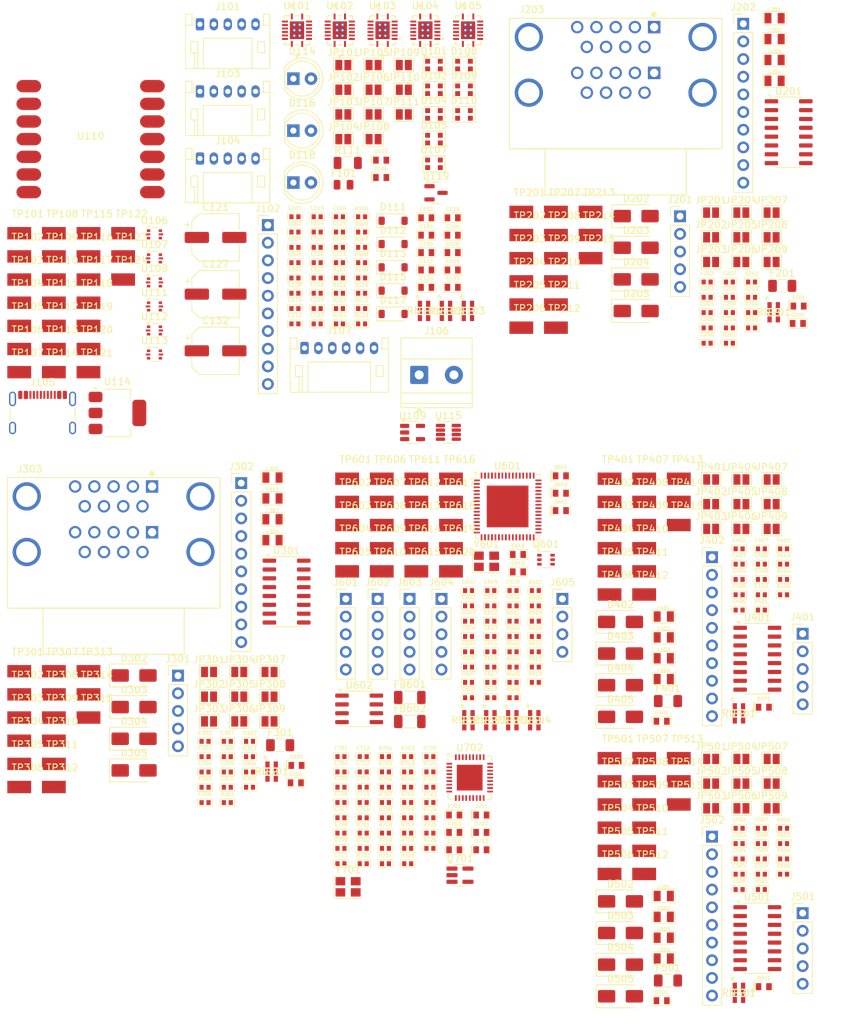
<source format=kicad_pcb>
(kicad_pcb (version 20241229) (generator "pcbnew") (generator_version "9.0")
  (layers (0 "F.Cu" signal) (2 "B.Cu" signal) (13 "F.Paste" user) (15 "B.Paste" user) (5 "F.SilkS" user "F.Silkscreen") (7 "B.SilkS" user "B.Silkscreen") (1 "F.Mask" user) (3 "B.Mask" user) (25 "Edge.Cuts" user))
  (net 0 "")
  (net 1 "GND")
  (net 2 "/+5V_LED")
  (net 3 "/+5V_165")
  (net 4 "/+5V_595")
  (net 5 "/+5V")
  (net 6 "/+3V3_SAMD")
  (net 7 "/+5V_SAMD")
  (net 8 "/VBUS_USBHOST")
  (net 9 "/+3V3_USBHOST")
  (net 10 "/+12_SENSE")
  (net 11 "+12V")
  (net 12 "/+5V_700_COM")
  (net 13 "Net-(U201-VS+)")
  (net 14 "Net-(U201-C1+)")
  (net 15 "Net-(U201-C1-)")
  (net 16 "Net-(U201-VS-)")
  (net 17 "Net-(U201-C2+)")
  (net 18 "Net-(U201-C2-)")
  (net 19 "/D-700 COM Port Protection/GND_232_FROM_RADIO")
  (net 20 "/D-700 COM Port Protection/TXD_232_3V3O_RADIO_3V3")
  (net 21 "/D-700 COM Port Protection/RTS_232_3V3O_RADIO_3V3")
  (net 22 "/D-700 COM Port Protection/RXD_232_FROM_RADIO_3V3")
  (net 23 "/D-700 COM Port Protection/CTS_232_FROM_RADIO_3V3")
  (net 24 "/+5V_710_COM")
  (net 25 "Net-(U301-VS+)")
  (net 26 "Net-(U301-C1-)")
  (net 27 "Net-(U301-C1+)")
  (net 28 "Net-(U301-VS-)")
  (net 29 "Net-(U301-C2+)")
  (net 30 "Net-(U301-C2-)")
  (net 31 "/D-710 COM Port Protection/TXD_232_3V3O_RADIO_3V3")
  (net 32 "/D-710 COM Port Protection/GND_232_FROM_RADIO")
  (net 33 "/D-710 COM Port Protection/RTS_232_3V3O_RADIO_3V3")
  (net 34 "/D-710 COM Port Protection/RXD_232_FROM_RADIO_3V3")
  (net 35 "/D-710 COM Port Protection/CTS_232_FROM_RADIO_3V3")
  (net 36 "/+5V_EXTRA_COM")
  (net 37 "Net-(U401-VS+)")
  (net 38 "Net-(U401-C1-)")
  (net 39 "Net-(U401-C1+)")
  (net 40 "Net-(U401-VS-)")
  (net 41 "Net-(U401-C2-)")
  (net 42 "Net-(U401-C2+)")
  (net 43 "/EXTRA COM Port Protection/TXD_232_3V3O_RADIO_3V3")
  (net 44 "/EXTRA COM Port Protection/GND_232_FROM_RADIO")
  (net 45 "/EXTRA COM Port Protection/RTS_232_3V3O_RADIO_3V3")
  (net 46 "/EXTRA COM Port Protection/RXD_232_FROM_RADIO_3V3")
  (net 47 "/EXTRA COM Port Protection/CTS_232_FROM_RADIO_3V3")
  (net 48 "/+5V_480_COM")
  (net 49 "Net-(U501-VS+)")
  (net 50 "Net-(U501-C1-)")
  (net 51 "Net-(U501-C1+)")
  (net 52 "Net-(U501-VS-)")
  (net 53 "Net-(U501-C2+)")
  (net 54 "Net-(U501-C2-)")
  (net 55 "/TS-480 COM Port Protection/TXD_232_3V3O_RADIO_3V3")
  (net 56 "/TS-480 COM Port Protection/GND_232_FROM_RADIO")
  (net 57 "/TS-480 COM Port Protection/RTS_232_3V3O_RADIO_3V3")
  (net 58 "/TS-480 COM Port Protection/RXD_232_FROM_RADIO_3V3")
  (net 59 "/TS-480 COM Port Protection/CTS_232_FROM_RADIO_3V3")
  (net 60 "/+3V3_FT4232")
  (net 61 "/FT4232H/VCORE")
  (net 62 "/FT4232H/VPLL")
  (net 63 "/FT4232H/VPHY")
  (net 64 "/FT4232H/~{RESET}_FT4232")
  (net 65 "Net-(U601-REF)")
  (net 66 "Net-(U601-OSCO)")
  (net 67 "Net-(U601-OSCI)")
  (net 68 "/USB Hub/+3V3_SWITCHED")
  (net 69 "Net-(U702-XTALIN{slash}CLKIN)")
  (net 70 "Net-(U702-XTALOUT)")
  (net 71 "Net-(U702-PLLFILT)")
  (net 72 "Net-(U702-CRFILT)")
  (net 73 "Net-(D101-DOUT)")
  (net 74 "Net-(D101-DIN)")
  (net 75 "Net-(D102-DIN)")
  (net 76 "Net-(D103-K)")
  (net 77 "Net-(D104-DOUT)")
  (net 78 "Net-(D105-DOUT)")
  (net 79 "Net-(D106-K)")
  (net 80 "Net-(D107-DIN)")
  (net 81 "Net-(D107-DOUT)")
  (net 82 "Net-(D109-DOUT)")
  (net 83 "Net-(D110-DOUT)")
  (net 84 "Net-(D111-A)")
  (net 85 "/VBUS_USBHOST_T")
  (net 86 "Net-(D114-K)")
  (net 87 "Net-(D116-K)")
  (net 88 "Net-(D118-K)")
  (net 89 "Net-(D119-K)")
  (net 90 "/+5V_OUT_UART")
  (net 91 "Net-(D201-K)")
  (net 92 "Net-(D202-A2)")
  (net 93 "Net-(D203-A2)")
  (net 94 "Net-(D204-A2)")
  (net 95 "Net-(D205-A2)")
  (net 96 "Net-(D301-K)")
  (net 97 "Net-(D302-A2)")
  (net 98 "Net-(D303-A2)")
  (net 99 "Net-(D304-A2)")
  (net 100 "Net-(D305-A2)")
  (net 101 "Net-(D401-K)")
  (net 102 "Net-(D402-A2)")
  (net 103 "Net-(D403-A2)")
  (net 104 "Net-(D404-A2)")
  (net 105 "Net-(D405-A2)")
  (net 106 "Net-(D501-K)")
  (net 107 "Net-(D502-A2)")
  (net 108 "Net-(D503-A2)")
  (net 109 "Net-(D504-A2)")
  (net 110 "Net-(D505-A2)")
  (net 111 "Net-(D601-K)")
  (net 112 "Net-(D602-A)")
  (net 113 "Net-(D603-A)")
  (net 114 "Net-(D701-K)")
  (net 115 "/USB Hub/USB_HUB_SUSP_IND")
  (net 116 "Net-(D702-K)")
  (net 117 "Net-(D703-K)")
  (net 118 "/USB Hub/USB_HUB_HS_IND")
  (net 119 "Net-(J107-Pin_6)")
  (net 120 "/USB Hub/RIGCTRL_1.D+")
  (net 121 "/USB Hub/RIGCTRL_1.PWR_SW")
  (net 122 "/USB Hub/RIGCTRL_1.D-")
  (net 123 "/SERIAL_~{CLEAR}_DEBUG")
  (net 124 "/SAMD_~{OE}")
  (net 125 "/SAMD_MISO")
  (net 126 "/SAMD_LED_3V3")
  (net 127 "/SAMD_LOAD")
  (net 128 "/SAMD_LATCH")
  (net 129 "/SERIAL_OUT_DEBUG")
  (net 130 "/SAMD_SCLK")
  (net 131 "/SAMD_MOSI")
  (net 132 "/USB Hub/RIGCTRL_2.D+")
  (net 133 "/USB Hub/RIGCTRL_2.D-")
  (net 134 "/USB Hub/RIGCTRL_2.PWR_SW")
  (net 135 "/USB Hub/DSP_SIGMALINK.PWR_SW")
  (net 136 "/USB Hub/DSP_SIGMALINK.D-")
  (net 137 "/USB Hub/DSP_SIGMALINK.D+")
  (net 140 "Net-(J105-CC1)")
  (net 141 "/USBHUB_HOST_D-")
  (net 143 "/USBHUB_HOST_D+")
  (net 144 "Net-(J105-CC2)")
  (net 145 "/SAMD_TX_3V3")
  (net 146 "/SAMD_SDA_3V3")
  (net 147 "/SAMD_RX_3V3")
  (net 148 "/SAMD_SCL_3V3")
  (net 149 "Net-(J201-Pin_2)")
  (net 150 "Net-(J201-Pin_1)")
  (net 151 "Net-(J201-Pin_4)")
  (net 152 "Net-(J201-Pin_3)")
  (net 153 "Net-(J202-Pin_7)")
  (net 154 "Net-(J202-Pin_2)")
  (net 155 "Net-(J202-Pin_9)")
  (net 156 "Net-(J202-Pin_1)")
  (net 157 "Net-(J202-Pin_8)")
  (net 158 "/D-700 COM Port Protection/GND_3V3")
  (net 159 "/EXTRA COM Port Protection/DSR_3V3")
  (net 160 "/EXTRA COM Port Protection/DTR_3V3")
  (net 161 "/EXTRA COM Port Protection/TXD_3V3")
  (net 162 "/EXTRA COM Port Protection/DCD_3V3")
  (net 163 "/EXTRA COM Port Protection/GND_3V3")
  (net 164 "/EXTRA COM Port Protection/RI_3V3")
  (net 165 "/D-700 COM Port Protection/DSR_3V3")
  (net 166 "/D-700 COM Port Protection/DCD_3V3")
  (net 167 "/D-700 COM Port Protection/DTR_3V3")
  (net 168 "/D-700 COM Port Protection/RI_3V3")
  (net 169 "/EXTRA COM Port Protection/CTS_3V3")
  (net 170 "/D-700 COM Port Protection/CTS_3V3")
  (net 171 "/D-700 COM Port Protection/RXD_3V3")
  (net 172 "/D-700 COM Port Protection/RTS_3V3")
  (net 173 "/EXTRA COM Port Protection/RXD_3V3")
  (net 174 "/EXTRA COM Port Protection/RTS_3V3")
  (net 175 "/D-700 COM Port Protection/TXD_3V3")
  (net 176 "Net-(J301-Pin_1)")
  (net 177 "Net-(J301-Pin_3)")
  (net 178 "Net-(J301-Pin_4)")
  (net 179 "Net-(J301-Pin_2)")
  (net 180 "Net-(J302-Pin_2)")
  (net 181 "Net-(J302-Pin_7)")
  (net 182 "Net-(J302-Pin_9)")
  (net 183 "Net-(J302-Pin_1)")
  (net 184 "Net-(J302-Pin_8)")
  (net 185 "/TS-480 COM Port Protection/GND_3V3")
  (net 186 "/TS-480 COM Port Protection/RTS_3V3")
  (net 187 "/D-710 COM Port Protection/DSR_3V3")
  (net 188 "/D-710 COM Port Protection/TXD_3V3")
  (net 189 "/TS-480 COM Port Protection/RI_3V3")
  (net 190 "/D-710 COM Port Protection/DCD_3V3")
  (net 191 "/TS-480 COM Port Protection/RXD_3V3")
  (net 192 "/TS-480 COM Port Protection/DCD_3V3")
  (net 193 "/D-710 COM Port Protection/GND_3V3")
  (net 194 "/TS-480 COM Port Protection/DTR_3V3")
  (net 195 "/D-710 COM Port Protection/RI_3V3")
  (net 196 "/D-710 COM Port Protection/DTR_3V3")
  (net 197 "/D-710 COM Port Protection/CTS_3V3")
  (net 198 "/D-710 COM Port Protection/RTS_3V3")
  (net 199 "/TS-480 COM Port Protection/CTS_3V3")
  (net 200 "/TS-480 COM Port Protection/DSR_3V3")
  (net 201 "/TS-480 COM Port Protection/TXD_3V3")
  (net 202 "/D-710 COM Port Protection/RXD_3V3")
  (net 203 "Net-(J401-Pin_4)")
  (net 204 "Net-(J401-Pin_2)")
  (net 205 "Net-(J401-Pin_1)")
  (net 206 "Net-(J401-Pin_3)")
  (net 207 "Net-(J402-Pin_9)")
  (net 208 "Net-(J402-Pin_8)")
  (net 209 "Net-(J402-Pin_1)")
  (net 210 "Net-(J402-Pin_7)")
  (net 211 "Net-(J402-Pin_2)")
  (net 212 "Net-(J501-Pin_3)")
  (net 213 "Net-(J501-Pin_4)")
  (net 214 "Net-(J501-Pin_2)")
  (net 215 "Net-(J501-Pin_1)")
  (net 216 "Net-(J502-Pin_2)")
  (net 217 "Net-(J502-Pin_1)")
  (net 218 "Net-(J502-Pin_9)")
  (net 219 "Net-(J502-Pin_7)")
  (net 220 "Net-(J502-Pin_8)")
  (net 221 "Net-(J601-Pin_1)")
  (net 222 "Net-(J601-Pin_2)")
  (net 223 "Net-(J601-Pin_4)")
  (net 224 "Net-(J601-Pin_3)")
  (net 225 "Net-(J602-Pin_3)")
  (net 226 "Net-(J602-Pin_1)")
  (net 227 "Net-(J602-Pin_4)")
  (net 228 "Net-(J602-Pin_2)")
  (net 229 "Net-(J603-Pin_2)")
  (net 230 "Net-(J603-Pin_3)")
  (net 231 "Net-(J603-Pin_1)")
  (net 232 "Net-(J603-Pin_4)")
  (net 233 "Net-(J604-Pin_3)")
  (net 234 "Net-(J604-Pin_2)")
  (net 235 "Net-(J604-Pin_1)")
  (net 236 "Net-(J604-Pin_4)")
  (net 237 "/FT4232H/~{PWREN}_FT4232")
  (net 238 "/FT4232H/~{SUSPEND}_FT4232")
  (net 239 "/+3V3_USB2514")
  (net 240 "/D-700 COM Port Protection/TXD_232_3V3O_RADIO")
  (net 241 "/D-700 COM Port Protection/RTS_232_3V3O_RADIO")
  (net 242 "/D-700 COM Port Protection/RXD_232_FROM_RADIO")
  (net 243 "/D-700 COM Port Protection/CTS_232_FROM_RADIO")
  (net 244 "/D-710 COM Port Protection/TXD_232_3V3O_RADIO")
  (net 245 "/D-710 COM Port Protection/RTS_232_3V3O_RADIO")
  (net 246 "/D-710 COM Port Protection/RXD_232_FROM_RADIO")
  (net 247 "/D-710 COM Port Protection/CTS_232_FROM_RADIO")
  (net 248 "/EXTRA COM Port Protection/TXD_232_3V3O_RADIO")
  (net 249 "/EXTRA COM Port Protection/RTS_232_3V3O_RADIO")
  (net 250 "/EXTRA COM Port Protection/RXD_232_FROM_RADIO")
  (net 251 "/EXTRA COM Port Protection/CTS_232_FROM_RADIO")
  (net 252 "/TS-480 COM Port Protection/TXD_232_3V3O_RADIO")
  (net 253 "/TS-480 COM Port Protection/RTS_232_3V3O_RADIO")
  (net 254 "/TS-480 COM Port Protection/RXD_232_FROM_RADIO")
  (net 255 "/TS-480 COM Port Protection/CTS_232_FROM_RADIO")
  (net 256 "Net-(Q601B-C2)")
  (net 257 "Net-(Q601A-C1)")
  (net 258 "Net-(Q601B-B2)")
  (net 259 "Net-(Q601A-B1)")
  (net 260 "/LED_SAMD")
  (net 261 "/FT4232H/FT4232_USB-")
  (net 262 "/FT4232H/FT4232H.D-")
  (net 263 "/FT4232H/FT4232_USB+")
  (net 264 "/FT4232H/FT4232H.D+")
  (net 265 "Net-(U601-EECS)")
  (net 266 "Net-(U601-EECLK)")
  (net 267 "Net-(U602-DO)")
  (net 268 "Net-(U601-EEDATA)")
  (net 269 "Net-(U701-~{FLG})")
  (net 270 "Net-(U702-VBUS_DET)")
  (net 271 "/USB Hub/+5V_HOST_FILT")
  (net 272 "/USB Hub/USB_HUB_DN1-")
  (net 273 "/USB Hub/USB_HUB_DN1+")
  (net 274 "/USB Hub/USB_HUB_DN2-")
  (net 275 "/USB Hub/USB_HUB_DN2+")
  (net 276 "Net-(U702-RBIAS)")
  (net 277 "/USB Hub/RIGCRTL_1.D+")
  (net 278 "/USB Hub/USB_HUB_DN3-")
  (net 279 "/USB Hub/USB_HUB_DN3+")
  (net 280 "/SAMD_SCL")
  (net 281 "/SAMD_SDA")
  (net 282 "/USB Hub/USB_HUB_DN4-")
  (net 283 "/USB Hub/USB_HUB_DN4+")
  (net 287 "/SAMD_LATCH_3V3")
  (net 288 "/SAMD_~{OE}_3V3")
  (net 290 "/SAMD_LOAD_3V3")
  (net 292 "/SAMD_SCLK_3V3")
  (net 293 "/SAMD_MOSI_3V3")
  (net 294 "/SAMD_MISO_3V3")
  (net 295 "/700_COM.RXD")
  (net 296 "/700_COM.RTS")
  (net 297 "/700_COM.TXD")
  (net 298 "/700_COM.CTS")
  (net 299 "/710_COM.RXD")
  (net 300 "/710_COM.TXD")
  (net 301 "/710_COM.RTS")
  (net 302 "/710_COM.CTS")
  (net 303 "/EXTRA_COM.TXD")
  (net 304 "/EXTRA_COM.RTS")
  (net 305 "/EXTRA_COM.CTS")
  (net 306 "/EXTRA_COM.RXD")
  (net 307 "/480_COM.TXD")
  (net 308 "/480_COM.RTS")
  (net 309 "/480_COM.RXD")
  (net 310 "/480_COM.CTS")
  (net 311 "/PC1_COM.TX")
  (net 312 "/PC1_COM.RX")
  (net 313 "/PC1_COM.RTS")
  (net 314 "/PC1_COM.CTS")
  (net 315 "/PC2_COM.TX")
  (net 316 "/PC2_COM.RX")
  (net 317 "/PC2_COM.RTS")
  (net 318 "/PC2_COM.CTS")
  (net 319 "/PC3_COM.TX")
  (net 320 "/PC3_COM.RX")
  (net 321 "/PC3_COM.RTS")
  (net 322 "/PC3_COM.CTS")
  (net 323 "/PC4_COM.TX")
  (net 324 "/PC4_COM.RX")
  (net 325 "/PC4_COM.RTS")
  (net 326 "/PC4_COM.CTS")
  (net 327 "Net-(U101-QH')")
  (net 329 "Net-(U102-QH)")
  (net 350 "/USB Hub/USB_HUB_OCS_N1")
  (net 351 "/USB Hub/USB_HUB_OCS_N2")
  (net 352 "/USB Hub/USB_HUB_OCS_N3")
  (net 353 "/FT4232H/FT4232H.PWR_SW")
  (net 354 "/USB Hub/USB_HUB_OCS_N4")
  (footprint "Libraries:Worthington_C_0603" (layer "F.Cu") (at 121.595 100.665)
    (property "Reference" "C610")
    (property "Value" "4u7")
  )
  (footprint "Libraries:Worthington_C_0402" (layer "F.Cu") (at 120.885 108.055)
    (property "Reference" "C620")
    (property "Value" "18p")
  )
  (footprint "Libraries:Worthington_LED_0603" (layer "F.Cu") (at 161.955 64.945)
    (property "Reference" "D201")
    (property "Value" "Red")
  )
  (footprint "Jumper:SolderJumper-2_P1.3mm_Open_Pad1.0x1.5mm" (layer "F.Cu") (at 85.85 124.66)
    (property "Reference" "JP309")
    (property "Value" "Jumper_2_Small_Open")
  )
  (footprint "Libraries:KEYSTONE_5017" (layer "F.Cu") (at 127.055 58.06)
    (property "Reference" "TP209")
    (property "Value" "TXD")
  )
  (footprint "Libraries:KEYSTONE_5017" (layer "F.Cu") (at 54.825 127.44)
    (property "Reference" "TP310")
    (property "Value" "~")
  )
  (footprint "Libraries:KEYSTONE_5017" (layer "F.Cu") (at 127.055 64.72)
    (property "Reference" "TP211")
    (property "Value" "CTS")
  )
  (footprint "Libraries:NORCOMP_189-009-513R571" (layer "F.Cu") (at 141.188 24.836)
    (property "Reference" "J203")
    (property "Value" "DE9_Socket_MountingHoles")
  )
  (footprint "Libraries:KEYSTONE_5017" (layer "F.Cu") (at 54.825 54.47)
    (property "Reference" "TP108")
    (property "Value" "TestPoint_Flag")
  )
  (footprint "Libraries:KEYSTONE_5017" (layer "F.Cu") (at 101.995 103.09)
    (property "Reference" "TP610")
    (property "Value" "~")
  )
  (footprint "Libraries:Worthington_R_0402" (layer "F.Cu") (at 99.105 65.305)
    (property "Reference" "R112")
    (property "Value" "1k")
  )
  (footprint "Package_SO:SOIC-16_3.9x9.9mm_P1.27mm" (layer "F.Cu") (at 156.03 115.65)
    (property "Reference" "U401")
    (property "Value" "ADM202E")
  )
  (footprint "Libraries:KEYSTONE_5017" (layer "F.Cu") (at 132.035 51.4)
    (property "Reference" "TP213")
    (property "Value" "RI")
  )
  (footprint "Libraries:Worthington_LED_0603" (layer "F.Cu") (at 127.755 89.355)
    (property "Reference" "D601")
    (property "Value" "Green")
  )
  (footprint "Libraries:Worthington_R_0402" (layer "F.Cu") (at 156.605 108.655)
    (property "Reference" "R401")
    (property "Value" "1k")
  )
  (footprint "Libraries:Worthington_C_0402" (layer "F.Cu") (at 114.485 105.855)
    (property "Reference" "C601")
    (property "Value" "100n")
  )
  (footprint "Libraries:Worthington_R_0402" (layer "F.Cu") (at 108.925 138.525)
    (property "Reference" "R724")
    (property "Value" "100k")
  )
  (footprint "Libraries:KEYSTONE_5017" (layer "F.Cu") (at 49.845 134.1)
    (property "Reference" "TP306")
    (property "Value" "RXD")
  )
  (footprint "Libraries:Worthington_LED_0603" (layer "F.Cu") (at 116.325 143.125)
    (property "Reference" "D703")
    (property "Value" "Red")
  )
  (footprint "Connector_PinHeader_2.54mm:PinHeader_1x05_P2.54mm_Vertical" (layer "F.Cu") (at 96.82 107.05)
    (property "Reference" "J601")
    (property "Value" "PC1_COM")
  )
  (footprint "Libraries:Worthington_C_0402" (layer "F.Cu") (at 76.575 134.135)
    (property "Reference" "C305")
    (property "Value" "100n")
  )
  (footprint "Libraries:Worthington_R_0402" (layer "F.Cu") (at 124.085 116.855)
    (property "Reference" "R612")
    (property "Value" "470")
  )
  (footprint "Libraries:Worthington_L_0805" (layer "F.Cu") (at 142.565 115.585)
    (property "Reference" "L403")
    (property "Value" "100uH")
  )
  (footprint "Libraries:Worthington_C_0402" (layer "F.Cu") (at 99.325 129.725)
    (property "Reference" "C712")
    (property "Value" "10pF")
  )
  (footprint "Libraries:KEYSTONE_5017" (layer "F.Cu") (at 54.825 117.45)
    (property "Reference" "TP307")
    (property "Value" "RTS")
  )
  (footprint "Libraries:Worthington_C_0603" (layer "F.Cu") (at 142.265 124.645)
    (property "Reference" "C401")
    (property "Value" "22u")
  )
  (footprint "Diode_SMD:D_SMA" (layer "F.Cu") (at 66.365 122.61)
    (property "Reference" "D303")
    (property "Value" "SMAJ15CA-13-F")
  )
  (footprint "Libraries:RES_ARRAY_4RES_0804" (layer "F.Cu") (at 111.2335 65.6433)
    (property "Reference" "RN102")
    (property "Value" "10k")
  )
  (footprint "Libraries:KEYSTONE_5017" (layer "F.Cu") (at 139.745 103.09)
    (property "Reference" "TP411")
    (property "Value" "CTS")
  )
  (footprint "Fuse:Fuse_1206_3216Metric" (layer "F.Cu") (at 143.17 121.74)
    (property "Reference" "F401")
    (property "Value" "0ZCJ0010FF2E")
  )
  (footprint "Libraries:KEYSTONE_5017" (layer "F.Cu") (at 106.975 99.76)
    (property "Reference" "TP614")
    (property "Value" "CTS")
  )
  (footprint "Libraries:RGY16_2P55X2P05" (layer "F.Cu") (at 95.957341 25.285142)
    (property "Reference" "U102")
    (property "Value" "SN74LV165ARGYR")
  )
  (footprint "Libraries:Worthington_R_0402" (layer "F.Cu") (at 102.525 138.525)
    (property "Reference" "R708")
    (property "Value" "33")
  )
  (footprint "Libraries:Worthington_C_0402" (layer "F.Cu") (at 89.505 52.105)
    (property "Reference" "C101")
    (property "Value" "0402")
  )
  (footprint "Libraries:Worthington_R_0402" (layer "F.Cu") (at 108.925 129.725)
    (property "Reference" "R720")
    (property "Value" "33")
  )
  (footprint "Libraries:Worthington_C_0402" (layer "F.Cu") (at 153.405 104.255)
    (property "Reference" "C404")
    (property "Value" "100n")
  )
  (footprint "Libraries:KEYSTONE_5017" (layer "F.Cu") (at 59.805 74.45)
    (property "Reference" "TP121")
    (property "Value" "TestPoint_Flag")
  )
  (footprint "Libraries:KEYSTONE_5017" (layer "F.Cu") (at 59.805 67.79)
    (property "Reference" "TP119")
    (property "Value" "TestPoint_Flag")
  )
  (footprint "Libraries:Worthington_L_0805" (layer "F.Cu") (at 142.565 118.585)
    (property "Reference" "L404")
    (property "Value" "100uH")
  )
  (footprint "Jumper:SolderJumper-2_P1.3mm_Open_Pad1.0x1.5mm" (layer "F.Cu") (at 77.15 124.66)
    (property "Reference" "JP303")
    (property "Value" "Jumper_2_Small_Open")
  )
  (footprint "Libraries:KEYSTONE_5017" (layer "F.Cu") (at 54.825 57.8)
    (property "Reference" "TP109")
    (property "Value" "TestPoint_Flag")
  )
  (footprint "Libraries:Worthington_C_0402" (layer "F.Cu") (at 117.685 114.655)
    (property "Reference" "C614")
    (property "Value" "100n")
  )
  (footprint "Libraries:RES_ARRAY_4RES_0804" (layer "F.Cu") (at 114.3925 65.6433)
    (property "Reference" "RN103")
    (property "Value" "10k")
  )
  (footprint "Package_SO:SOIC-16_3.9x9.9mm_P1.27mm" (layer "F.Cu") (at 160.53 39.95)
    (property "Reference" "U201")
    (property "Value" "ADM202E")
  )
  (footprint "Libraries:KEYSTONE_5017" (layer "F.Cu") (at 49.845 54.47)
    (property "Reference" "TP101")
    (property "Value" "TestPoint_Flag")
  )
  (footprint "Package_TO_SOT_SMD:SOT-223-3_TabPin2" (layer "F.Cu") (at 63.97 80.315)
    (property "Reference" "U114")
    (property "Value" "AZ1117-5.0")
  )
  (footprint "Libraries:Worthington_R_0402" (layer "F.Cu") (at 120.885 116.855)
    (property "Reference" "R604")
    (property "Value" "12k")
  )
  (footprint "Libraries:Worthington_R_0402" (layer "F.Cu") (at 124.085 119.055)
    (property "Reference" "R613")
    (property "Value" "470")
  )
  (footprint "Diode_SMD:D_SMA" (layer "F.Cu") (at 66.365 131.71)
    (property "Reference" "D305")
    (property "Value" "SMAJ15CA-13-F")
  )
  (footprint "Libraries:Worthington_C_0603" (layer "F.Cu") (at 142.265 164.825)
    (property "Reference" "C501")
    (property "Value" "22u")
  )
  (footprint "Libraries:Worthington_C_0402" (layer "F.Cu") (at 114.485 108.055)
    (property "Reference" "C602")
    (property "Value" "100n")
  )
  (footprint "Libraries:Worthington_LED_0603" (layer "F.Cu") (at 101.905 46.465)
    (property "Reference" "D106")
    (property "Value" "Red")
  )
  (footprint "Libraries:KEYSTONE_5017" (layer "F.Cu") (at 106.975 89.77)
    (property "Reference" "TP611")
    (property "Value" "TXD")
  )
  (footprint "Libraries:Worthington_R_0402" (layer "F.Cu") (at 120.885 119.055)
    (property "Reference" "R605")
    (property "Value" "10k")
  )
  (footprint "Libraries:KEYSTONE_5017" (layer "F.Cu") (at 59.805 117.45)
    (property "Reference" "TP313")
    (property "Value" "RI")
  )
  (footprint "Libraries:Worthington_C_0402" (layer "F.Cu") (at 148.805 65.885)
    (property "Reference" "C204")
    (property "Value" "100n")
  )
  (footprint "Libraries:Worthington_C_0402" (layer "F.Cu") (at 96.125 134.125)
    (property "Reference" "C705")
    (property "Value" "100nF")
  )
  (footprint "Libraries:Worthington_R_0402" (layer "F.Cu") (at 156.605 148.835)
    (property "Reference" "R501")
    (property "Value" "1k")
  )
  (footprint "Libraries:Worthington_C_0402" (layer "F.Cu") (at 96.125 131.925)
    (property "Reference" "C704")
    (property "Value" "100nF")
  )
  (footprint "Libraries:KEYSTONE_5017" (layer "F.Cu") (at 59.805 71.12)
    (property "Reference" "TP120")
    (property "Value" "TestPoint_Flag")
  )
  (footprint "Libraries:RES_ARRAY_4RES_0804" (layer "F.Cu") (at 120.7825 124.4933)
    (property "Reference" "RN603")
    (property "Value" "1k")
  )
  (footprint "Libraries:Worthington_R_0402" (layer "F.Cu") (at 95.905 60.905)
    (property "Reference" "R101")
    (property "Value" "220Ω")
  )
  (footprint "Jumper:SolderJumper-2_P1.3mm_Open_Pad1.0x1.5mm" (layer "F.Cu") (at 158.09 133.61)
    (property "Reference" "JP508")
    (property "Value" "Jumper_2_Small_Open")
  )
  (footprint "Jumper:SolderJumper-2_P1.3mm_Open_Pad1.0x1.5mm" (layer "F.Cu") (at 100.82 33.84)
    (property "Reference" "JP106")
    (property "Value" "Jumper_2_Small_Open")
  )
  (footprint "Fuse:Fuse_1206_3216Metric" (layer "F.Cu") (at 143.17 161.92)
    (property "Reference" "F501")
    (property "Value" "0ZCJ0010FF2E")
  )
  (footprint "Package_TO_SOT_SMD:SOT-666" (layer "F.Cu") (at 69.3 54.635)
    (property "Reference" "U106")
    (property "Value" "USBLC6-2SC6")
  )
  (footprint "Libraries:KEYSTONE_5017" (layer "F.Cu") (at 144.725 93.1)
    (property "Reference" "TP414")
    (property "Value" "GND")
  )
  (footprint "LED_THT:LED_D5.0mm" (layer "F.Cu") (at 89.28 39.72)
    (property "Reference" "D116")
    (property "Value" "Green")
  )
  (footprint "Libraries:RGY16_2P55X2P05" (layer "F.Cu") (at 89.8032 25.285142)
    (property "Reference" "U101")
    (property "Value" "SN74LV595ARGYR")
  )
  (footprint "LED_THT:LED_D5.0mm" (layer "F.Cu") (at 89.28 32.25)
    (property "Reference" "D114")
    (property "Value" "Red")
  )
  (footprint "Jumper:SolderJumper-2_P1.3mm_Open_Pad1.0x1.5mm" (layer "F.Cu") (at 149.39 137.16)
    (property "Reference" "JP503")
    (property "Value" "Jumper_2_Small_Open")
  )
  (footprint "Jumper:SolderJumper-2_P1.3mm_Open_Pad1.0x1.5mm" (layer "F.Cu") (at 149.39 133.61)
    (property "Reference" "JP502")
    (property "Value" "Jumper_2_Small_Open")
  )
  (footprint "Package_SO:SOIC-16_3.9x9.9mm_P1.27mm" (layer "F.Cu") (at 156.03 155.83)
    (property "Reference" "U501")
    (property "Value" "ADM202E")
  )
  (footprint "Libraries:Worthington_R_0402" (layer "F.Cu") (at 124.085 108.055)
    (property "Reference" "R608")
    (property "Value" "2k")
  )
  (footprint "Jumper:SolderJumper-2_P1.3mm_Open_Pad1.0x1.5mm" (layer "F.Cu") (at 85.85 121.11)
    (property "Reference" "JP308")
    (property "Value" "Jumper_2_Small_Open")
  )
  (footprint "Libraries:Worthington_R_0402" (layer "F.Cu") (at 99.105 56.505)
    (property "Reference" "R107")
    (property "Value" "4k7")
  )
  (footprint "Diode_SMD:D_SMA" (layer "F.Cu") (at 136.345 159.64)
    (property "Reference" "D504")
    (property "Value" "SMAJ15CA-13-F")
  )
  (footprint "Libraries:Worthington_R_0402" (layer "F.Cu") (at 102.525 142.925)
    (property "Reference" "R710")
    (property "Value" "33")
  )
  (footprint "Libraries:Worthington_C_0603" (layer "F.Cu") (at 112.195 52.255)
    (property "Reference" "C122")
    (property "Value" "22uF")
  )
  (footprint "Libraries:Worthington_L_0805" (layer "F.Cu") (at 158.505 32.555)
    (property "Reference" "L204")
    (property "Value" "100uH")
  )
  (footprint "Libraries:Worthington_R_0402" (layer "F.Cu") (at 159.805 106.455)
    (property "Reference" "R405")
    (property "Value" "100")
  )
  (footprint "Libraries:RES_ARRAY_4RES_0804" (layer "F.Cu") (at 153.3845 123.5133)
    (property "Reference" "RN401")
    (property "Value" "100")
  )
  (footprint "Capacitor_SMD:CP_Elec_6.3x7.7" (layer "F.Cu") (at 78.09 63.23)
    (property "Reference" "C127")
    (property "Value" "220uF")
  )
  (footprint "Libraries:Worthington_LED_0603" (layer "F.Cu") (at 127.755 94.355)
    (property "Reference" "D603")
    (property "Value" "Green")
  )
  (footprint "Connector_PinHeader_2.54mm:PinHeader_1x10_P2.54mm_Vertical" (layer "F.Cu") (at 154.01 24.35)
    (property "Reference" "J202")
    (property "Value" "JST-PH UART/I2C")
  )
  (footprint "Package_TO_SOT_SMD:SOT-23" (layer "F.Cu") (at 109.8 48.665)
    (property "Reference" "D119")
    (property "Value" "SBAV99LT1G")
  )
  (footprint "Connector_PinHeader_2.54mm:PinHeader_1x05_P2.54mm_Vertical" (layer "F.Cu") (at 110.59 107.05)
    (property "Reference" "J604")
    (property "Value" "PC4_COM")
  )
  (footprint "Libraries:Worthington_C_0402" (layer "F.Cu") (at 153.405 106.455)
    (property "Reference" "C405")
    (property "Value" "100n")
  )
  (footprint "Inductor_SMD:L_1206_3216Metric_Pad1.22x1.90mm_HandSolder" (layer "F.Cu") (at 106.03 121.23)
    (property "Reference" "FB601")
    (property "Value" "1k/0.8A")
  )
  (footprint "Libraries:Worthington_C_0402" (layer "F.Cu") (at 117.685 112.455)
    (property "Reference" "C613")
    (property "Value" "100n")
  )
  (footprint "Jumper:SolderJumper-2_P1.3mm_Open_Pad1.0x1.5mm" (layer "F.Cu") (at 81.5 124.66)
    (property "Reference" "JP306")
    (property "Value" "Jumper_2_Small_Open")
  )
  (footprint "Libraries:KEYSTONE_5017" (layer "F.Cu") (at 139.745 139.94)
    (property "Reference" "TP510")
    (property "Value" "~")
  )
  (footprint "Jumper:SolderJumper-2_P1.3mm_Open_Pad1.0x1.5mm" (layer "F.Cu") (at 149.39 96.98)
    (property "Reference" "JP403")
    (property "Value" "Jumper_2_Small_Open")
  )
  (footprint "Package_TO_SOT_SMD:SOT-666" (layer "F.Cu") (at 69.3 65)
    (property "Reference" "U111")
    (property "Value" "USBLC6-2SC6")
  )
  (footprint "Libraries:KEYSTONE_5017" (layer "F.Cu") (at 49.845 117.45)
    (property "Reference" "TP301")
    (property "Value" "DCD")
  )
  (footprint "Libraries:KEYSTONE_5017" (layer "F.Cu") (at 139.745 143.27)
    (property "Reference" "TP511")
    (property "Value" "CTS")
  )
  (footprint "Connector_USB:USB_C_Receptacle_GCT_USB4105-xx-A_16P_TopMnt_Horizontal" (layer "F.Cu") (at 53.2 81.4)
    (property "Reference" "J105")
    (property "Value" "USB4135-GF-A")
  )
  (footprint "Libraries:KEYSTONE_5017" (layer "F.Cu") (at 139.745 133.28)
    (property "Reference" "TP508")
    (property "Value" "CTS")
  )
  (footprint "Capacitor_SMD:CP_Elec_6.3x7.7" (layer "F.Cu") (at 78.09 55.08)
    (property "Reference" "C121")
    (property "Value" "220uF")
  )
  (footprint "Libraries:Worthington_C_0402" (layer "F.Cu") (at 156.605 144.435)
    (property "Reference" "C509")
    (property "Value" "100p")
  )
  (footprint "Connector_PinHeader_2.54mm:PinHeader_1x05_P2.54mm_Vertical" (layer "F.Cu") (at 101.41 107.05)
    (property "Reference" "J602")
    (property "Value" "PC2_COM")
  )
  (footprint "Libraries:KEYSTONE_5017" (layer "F.Cu") (at 59.805 61.13)
    (property "Reference" "TP117")
    (property "Value" "TestPoint_Flag")
  )
  (footprint "Libraries:Worthington_L_0805" (layer "F.Cu") (at 142.565 155.765)
    (property "Reference" "L503")
    (property "Value" "100uH")
  )
  (footprint "Libraries:Worthington_R_0402" (layer "F.Cu") (at 99.105 52.105)
    (property "Reference" "R105")
    (property "Value" "4k7")
  )
  (footprint "Libraries:Crystal_SMD_Abracon_ABM8AIG-4Pin_3.2x2.5mm" (layer "F.Cu") (at 117.07 101.64)
    (property "Reference" "Y601")
    (property "Value" "12MHz")
  )
  (footprint "Libraries:Worthington_L_0805" (layer "F.Cu") (at 86.275 98.605)
    (property "Reference" "L304")
    (property "Value" "100uH")
  )
  (footprint "Libraries:Worthington_C_0402" (layer "F.Cu") (at 152.005 65.885)
    (property "Reference" "C209")
    (property "Value" "100p")
  )
  (footprint "Libraries:KEYSTONE_5017" (layer "F.Cu") (at 132.035 54.73)
    (property "Reference" "TP214")
    (property "Value" "GND")
  )
  (footprint "Libraries:Worthington_C_0402" (layer "F.Cu") (at 89.505 60.905)
    (property "Reference" "C107")
    (property "Value" "0402")
  )
  (footprint "Libraries:KEYSTONE_5017" (layer "F.Cu") (at 49.845 64.46)
    (property "Reference" "TP104")
    (property "Value" "TestPoint_Flag")
  )
  (footprint "Libraries:Worthington_R_0402" (layer "F.Cu") (at 159.805 99.855)
    (property "Reference" "R402")
    (property "Value" "100")
  )
  (footprint "Libraries:KEYSTONE_5017" (layer "F.Cu") (at 54.825 130.77)
    (property "Reference" "TP311")
    (property "Value" "CTS")
  )
  (footprint "Diode_SMD:D_SMA" (layer "F.Cu") (at 66.365 127.16)
    (property "Reference" "D304")
    (property "Value" "SMAJ15CA-13-F")
  )
  (footprint "Libraries:Worthington_C_0603" (layer "F.Cu") (at 112.425 140.625)
    (property "Reference" "C703")
    (property "Value" "22uF")
  )
  (footprint "Jumper:SolderJumper-2_P1.3mm_Open_Pad1.0x1.5mm" (layer "F.Cu") (at 158.09 137.16)
    (property "Reference" "JP509")
    (property "Value" "Jumper_2_Small_Open")
  )
  (footprint "Diode_SMD:D_SMA" (layer "F.Cu") (at 136.345 114.91)
    (property "Reference" "D403")
    (property "Value" "SMAJ15CA-13-F")
  )
  (footprint "Jumper:SolderJumper-2_P1.3mm_Open_Pad1.0x1.5mm" (layer "F.Cu") (at 85.85 117.56)
    (property "Reference" "JP307")
    (property "Value" "Jumper_2_Small_Open")
  )
  (footprint "Libraries:LED_WS2812B-2020_PLCC4_2.0x2.0mm" (layer "F.Cu") (at 109.505 37.39)
    (property "Reference" "D104")
    (property "Value" "WS2812B")
  )
  (footprint "Connector_PinHeader_2.54mm:PinHeader_1x10_P2.54mm_Vertical" (layer "F.Cu") (at 149.51 141.23)
    (property "Reference" "J502")
    (property "Value" "JST-PH UART/I2C")
  )
  (footprint "Libraries:KEYSTONE_5017" (layer "F.Cu") (at 139.745 129.95)
    (property "Reference" "TP507")
    (property "Value" "RTS")
  )
  (footprint "Libraries:Worthington_C_0402" (layer "F.Cu") (at 92.705 58.705)
    (property "Reference" "C116")
    (property "Value" "100nF")
  )
  (footprint "Libraries:Worthington_C_0402" (layer "F.Cu") (at 156.605 142.235)
    (property "Reference" "C508")
    (property "Value" "100p")
  )
  (footprint "Libraries:Worthington_R_0402" (layer "F.Cu") (at 105.725 138.525)
    (property "Reference" "R716")
    (property "Value" "100k")
  )
  (footprint "Libraries:Worthington_C_0402" (layer "F.Cu") (at 92.705 63.105)
    (property "Reference" "C118")
    (property "Value" "0402")
  )
  (footprint "Libraries:KEYSTONE_5017" (layer "F.Cu") (at 139.745 136.61)
    (property "Reference" "TP509")
    (property "Value" "TXD")
  )
  (footprint "Jumper:SolderJumper-2_P1.3mm_Open_Pad1.0x1.5mm" (layer "F.Cu") (at 96.47 30.29)
    (property "Reference" "JP101")
    (property "Value" "Jumper_2_Small_Open")
  )
  (footprint "Libraries:Worthington_C_0402" (layer "F.Cu") (at 114.485 112.455)
    (property "Reference" "C604")
    (property "Value" "100n")
  )
  (footprint "Libraries:Worthington_R_0402" (layer "F.Cu") (at 102.525 134.125)
    (property "Reference" "R706")
    (property "Value" "33")
  )
  (footprint "Diode_SMD:D_SOD-123" (layer "F.Cu") (at 103.625 62.73)
    (property "Reference" "D115")
    (property "Value" "MBR0520")
  )
  (footprint "Libraries:Worthington_C_0402" (layer "F.Cu") (at 96.125 136.325)
    (property "Reference" "C706")
    (property "Value" "100nF")
  )
  (footprint "Libraries:Worthington_R_0402" (layer "F.Cu") (at 124.085 114.655)
    (property "Reference" "R611")
    (property "Value" "10k")
  )
  (footprint "Libraries:Worthington_C_0402" (layer "F.Cu") (at 92.705 54.305)
    (property "Reference" "C114")
    (property "Value" "0402")
  )
  (footprint "Diode_SMD:D_SMA" (layer "F.Cu") (at 138.595 56.56)
    (property "Reference" "D203")
    (property "Value" "SMAJ15CA-13-F")
  )
  (footprint "Libraries:Worthington_LED_0603" (layer "F.Cu") (at 101.905 43.965)
    (property "Reference" "D103")
    (property "Value" "Red")
  )
  (footprint "Libraries:KEYSTONE_5017" (layer "F.Cu") (at 144.725 133.28)
    (property "Reference" "TP514")
    (property "Value" "GND")
  )
  (footprint "Libraries:Worthington_C_0402" (layer "F.Cu") (at 76.575 136.335)
    (property "Reference" "C306")
    (property "Value" "100n")
  )
  (footprint "Libraries:Worthington_R_0402" (layer "F.Cu") (at 102.525 129.725)
    (property "Reference" "R704")
    (property "Value" "100k")
  )
  (footprint "Libraries:KEYSTONE_5017" (layer "F.Cu") (at 111.955 103.09)
    (property "Reference" "TP620")
    (property "Value" "~")
  )
  (footprint "Libraries:Worthington_R_0402" (layer "F.Cu") (at 102.525 136.325)
    (property "Reference" "R707")
    (property "Value" "33")
  )
  (footprint "Libraries:Worthington_R_0402" (layer "F.Cu") (at 102.525 131.925)
    (property "Reference" "R705")
    (property "Value" "33")
  )
  (footprint "Libraries:KEYSTONE_5017" (layer "F.Cu") (at 134.765 89.77)
    (property "Reference" "TP401")
    (property "Value" "DCD")
  )
  (footprint "Libraries:KEYSTONE_5017" (layer "F.Cu") (at 144.725 129.95)
    (property "Reference" "TP513")
    (property "Value" "RI")
  )
  (footprint "Libraries:Worthington_R_0402" (layer "F.Cu") (at 124.085 112.455)
    (property "Reference" "R610")
    (property "Value" "10k")
  )
  (footprint "Libraries:Worthington_C_0402" (layer "F.Cu") (at 99.325 138.525)
    (property "Reference" "C716")
    (property "Value" "10nF")
  )
  (footprint "Diode_SMD:D_SOD-123" (layer "F.Cu") (at 103.625 52.68)
    (property "Reference" "D111")
    (property "Value" "MBR0520")
  )
  (footprint "Jumper:SolderJumper-2_P1.3mm_Open_Pad1.0x1.5mm" (layer "F.Cu") (at 149.39 89.88)
    (property "Reference" "JP401")
    (property "Value" "Jumper_2_Small_Open")
  )
  (footprint "Libraries:Worthington_LED_0603" (layer "F.Cu") (at 156.955 122.625)
    (property "Reference" "D401")
    (property "Value" "Red")
  )
  (footprint "Libraries:KEYSTONE_5017" (layer "F.Cu") (at 122.075 68.05)
    (property "Reference" "TP206")
    (property "Value" "RXD")
  )
  (footprint "Libraries:KEYSTONE_5017" (layer "F.Cu") (at 101.995 99.76)
    (property "Reference" "TP609")
    (property "Value" "CTS")
  )
  (footprint "Libraries:Worthington_R_0402" (layer "F.Cu") (at 105.725 140.725)
    (property "Reference" "R717")
    (property "Value" "100k")
  )
  (footprint "Libraries:Worthington_C_0402" (layer "F.Cu") (at 156.605 140.035)
    (property "Reference" "C507")
    (property "Value" "100p")
  )
  (footprint "Libraries:Worthington_R_0402" (layer "F.Cu") (at 155.205 61.485)
    (property "Reference" "R202")
    (property "Value" "100")
  )
  (footprint "Jumper:SolderJumper-2_P1.3mm_Open_Pad1.0x1.5mm" (layer "F.Cu") (at 158.08 51.51)
    (property "Reference" "JP207")
    (property "Value" "Jumper_2_Small_Open")
  )
  (footprint "Libraries:KEYSTONE_5017" (layer "F.Cu") (at 97.015 99.76)
    (property "Reference" "TP604")
    (property "Value" "CTS")
  )
  (footprint "Jumper:SolderJumper-2_P1.3mm_Open_Pad1.0x1.5mm" (layer "F.Cu") (at 153.74 89.88)
    (property "Reference" "JP404")
    (property "Value" "Jumper_2_Small_Open")
  )
  (footprint "Libraries:Worthington_R_0402" (layer "F.Cu") (at 108.925 142.925)
    (property "Reference" "R726")
    (property "Value" "330")
  )
  (footprint "Libraries:Worthington_R_0402" (layer "F.Cu") (at 124.085 110.255)
    (property "Reference" "R609")
    (property "Value" "1M")
  )
  (footprint "Libraries:Worthington_C_0402" (layer "F.Cu") (at 96.125 129.725)
    (property "Reference" "C701")
    (property "Value" "100nF")
  )
  (footprint "Libraries:Worthington_C_0402" (layer "F.Cu") (at 153.405 144.435)
    (property "Reference" "C504")
    (property "Value" "100n")
  )
  (footprint "Libraries:Worthington_LED_0603" (layer "F.Cu") (at 156.955 162.805)
    (property "Reference" "D501")
    (property "Value" "Red")
  )
  (footprint "Libraries:Worthington_C_0402" (layer "F.Cu") (at 117.685 108.055)
    (property "Reference" "C611")
    (property "Value" "100n")
  )
  (footprint "Libraries:Worthington_R_0402" (layer "F.Cu") (at 99.105 63.105)
    (property "Reference" "R110")
    (property "Value" "1k")
  )
  (footprint "Libraries:Worthington_C_0402" (layer "F.Cu") (at 76.575 129.735)
    (property "Reference" "C303")
    (property "Value" "100n")
  )
  (footprint "Package_TO_SOT_SMD:SOT-23-5" (layer "F.Cu") (at 106.43 83.125)
    (property "Reference" "U109")
    (property "Value" "AP2112K-3.3")
  )
  (footprint "Libraries:KEYSTONE_5017" (layer "F.Cu") (at 49.845 130.77)
    (property "Reference" "TP305")
    (property "Value" "RXD")
  )
  (footprint "Libraries:Worthington_LED_0603" (layer "F.Cu") (at 89.725 130.995)
    (property "Reference" "D301")
    (property "Value" "Red")
  )
  (footprint "Libraries:Worthington_R_0402" (layer "F.Cu") (at 159.805 142.235)
    (property "Reference" "R503")
    (property "Value" "100")
  )
  (footprint "Libraries:KEYSTONE_5017" (layer "F.Cu") (at 127.055 61.39)
    (property "Reference" "TP210")
    (property "Value" "~")
  )
  (footprint "Jumper:SolderJumper-2_P1.3mm_Open_Pad1.0x1.5mm" (layer "F.Cu") (at 100.82 40.94)
    (property "Reference" "JP108")
    (property "Value" "Jumper_2_Small_Open")
  )
  (footprint "Libraries:Worthington_C_0603" (layer "F.Cu") (at 112.195 62.255)
    (property "Reference" "C133")
    (property "Value" "22uF")
  )
  (footprint "Libraries:LED_WS2812B-2020_PLCC4_2.0x2.0mm" (layer "F.Cu") (at 109.505 33.84)
    (property "Reference" "D102")
    (property "Value" "WS2812B")
  )
  (footprint "Libraries:KEYSTONE_5017" (layer "F.Cu") (at 54.825 134.1)
    (property "Reference" "TP312")
    (property "Value" "DTR")
  )
  (footprint "Libraries:Worthington_R_0402" (layer "F.Cu") (at 159.805 104.255)
    (property "Reference" "R404")
    (property "Value" "100")
  )
  (footprint "Libraries:Worthington_C_0402" (layer "F.Cu") (at 89.505 67.505)
    (property "Reference" "C111")
    (property "Value" "100nF")
  )
  (footprint "Libraries:Worthington_L_0805" (layer "F.Cu") (at 142.565 109.585)
    (property "Reference" "L401")
    (property "Value" "100uH")
  )
  (footprint "Package_TO_SOT_SMD:SOT-363_SC-70-6" (layer "F.Cu") (at 125.62 101.415)
    (property "Reference" "Q601")
    (property "Value" "BCM857BS")
  )
  (footprint "Jumper:SolderJumper-2_P1.3mm_Open_Pad1.0x1.5mm" (layer "F.Cu") (at 105.17 30.29)
    (property "Reference" "JP109")
    (property "Value" "Jumper_2_Small_Open")
  )
  (footprint "Libraries:Worthington_R_0402" (layer "F.Cu") (at 99.105 54.305)
    (property "Reference" "R106")
    (property "Value" "330")
  )
  (footprint "Libraries:Py_QT_SAMD21" (layer "F.Cu") (at 60.11 40.985)
    (property "Reference" "U110")
    (property "Value" "QTPy SAMD21")
  )
  (footprint "Libraries:Worthington_R_0402" (layer "F.Cu") (at 108.925 140.725)
    (property "Reference" "R725")
    (property "Value" "330")
  )
  (footprint "Libraries:RGY16_2P55X2P05" (layer "F.Cu") (at 114.419764 25.285142)
    (property "Reference" "U105")
    (property "Value" "SN74LV165ARGYR")
  )
  (footprint "Jumper:SolderJumper-2_P1.3mm_Open_Pad1.0x1.5mm" (layer "F.Cu") (at 100.82 30.29)
    (property "Reference" "JP105")
    (property "Value" "Jumper_2_Small_Open")
  )
  (footprint "Libraries:Worthington_C_0603" (layer "F.Cu") (at 89.625 133.495)
    (property "Reference" "C301")
    (property "Value" "22u")
  )
  (footprint "Package_TO_SOT_SMD:SOT-666" (layer "F.Cu") (at 69.3 58.09)
    (property "Reference" "U107")
    (property "Value" "USBLC6-2SC6")
  )
  (footprint "Libraries:Worthington_C_0402" (layer "F.Cu") (at 156.605 102.055)
    (property "Reference" "C408")
    (property "Value" "100p")
  )
  (footprint "Libraries:Worthington_C_0402" (layer "F.Cu") (at 153.405 148.835)
    (property "Reference" "C506")
    (property "Value" "100n")
  )
  (footprint "Libraries:Worthington_C_0402" (layer "F.Cu") (at 76.575 131.935)
    (property "Reference" "C304")
    (property "Value" "100n")
  )
  (footprint "Libraries:Worthington_C_0402" (layer "F.Cu") (at 148.805 63.685)
    (property "Reference" "C203")
    (property "Value" "100n")
  )
  (footprint "Libraries:Worthington_LED_0603" (layer "F.Cu") (at 116.325 140.625)
    (property "Reference" "D702")
    (property "Value" "Red")
  )
  (footprint "Libraries:Worthington_C_0402" (layer "F.Cu") (at 114.485 110.255)
    (property "Reference" "C603")
    (property "Value" "100n")
  )
  (footprint "Libraries:QFN-64-1EP_9x9mm_P0.5mm_EP6x6mm" (layer "F.Cu") (at 120.1 93.76)
    (property "Reference" "U601")
    (property "Value" "FT4232H")
  )
  (footprint "Libraries:KEYSTONE_5017" (layer "F.Cu") (at 127.055 54.73)
    (property "Reference" "TP208")
    (property "Value" "CTS")
  )
  (footprint "Libraries:Worthington_C_0402" (layer "F.Cu") (at 92.705 56.505)
    (property "Reference" "C115")
    (property "Value" "100nF")
  )
  (footprint "Libraries:Worthington_C_0402" (layer "F.Cu") (at 148.805 68.085)
    (property "Reference" "C205")
    (property "Value" "100n")
  )
  (footprint "Libraries:Worthington_L_0805" (layer "F.Cu") (at 86.275 89.605)
    (property "Reference" "L301")
    (property "Value" "100uH")
  )
  (footprint "Libraries:Worthington_C_0402" (layer "F.Cu") (at 89.505 63.105)
    (property "Reference" "C108")
    (property "Value" "0402")
  )
  (footprint "Libraries:Worthington_L_0805" (layer "F.Cu") (at 158.505 26.555)
    (property "Reference" "L202")
    (property "Value" "100uH")
  )
  (footprint "Jumper:SolderJumper-2_P1.3mm_Open_Pad1.0x1.5mm" (layer "F.Cu") (at 81.5 117.56)
    (property "Reference" "JP304")
    (property "Value" "Jumper_2_Small_Open")
  )
  (footprint "Libraries:KEYSTONE_5017" (layer "F.Cu") (at 134.765 93.1)
    (property "Reference" "TP402")
    (property "Value" "TXD")
  )
  (footprint "Libraries:KEYSTONE_5017" (layer "F.Cu") (at 139.745 93.1)
    (property "Reference" "TP408")
    (property "Value" "CTS")
  )
  (footprint "Libraries:Worthington_C_0402" (layer "F.Cu") (at 117.685 116.855)
    (property "Reference" "C616")
    (property "Value" "100n")
  )
  (footprint "Libraries:KEYSTONE_5017" (layer "F.Cu") (at 106.975 96.43)
    (property "Reference" "TP613")
    (property "Value" "RXD")
  )
  (footprint "Jumper:SolderJumper-2_P1.3mm_Open_Pad1.0x1.5mm" (layer "F.Cu") (at 149.38 58.61)
    (property "Reference" "JP203")
    (property "Value" "Jumper_2_Small_Open")
  )
  (footprint "Libraries:KEYSTONE_5017" (layer "F.Cu") (at 144.725 96.43)
    (property "Reference" "TP415")
    (property "Value" "~")
  )
  (footprint "Libraries:Worthington_R_0402" (layer "F.Cu") (at 155.205 68.085)
    (property "Reference" "R205")
    (property "Value" "100")
  )
  (footprint "Libraries:KEYSTONE_5017" (layer "F.Cu") (at 101.995 89.77)
    (property "Reference" "TP606")
    (property "Value" "TXD")
  )
  (footprint "Diode_SMD:D_SMA" (layer "F.Cu") (at 138.595 61.11)
    (property "Reference" "D204")
    (property "Value" "SMAJ15CA-13-F")
  )
  (footprint "Libraries:Worthington_R_0402" (layer "F.Cu") (at 120.885 112.455)
    (property "Reference" "R602")
    (property "Value" "33")
  )
  (footprint "Connector_PinHeader_2.54mm:PinHeader_1x05_P2.54mm_Vertical" (layer "F.Cu") (at 72.68 118.08)
    (property "Reference" "J301")
    (property "Value" "JST-PH UART/I2C")
  )
  (footprint "Libraries:KEYSTONE_5017" (layer "F.Cu") (at 111.955 93.1)
    (property "Reference" "TP617")
    (property "Value" "RTS")
  )
  (footprint "Libraries:Worthington_C_0402" (layer "F.Cu") (at 117.685 121.255)
    (property "Reference" "C618")
    (property "Value" "56p")
  )
  (footprint "Connector_PinHeader_2.54mm:PinHeader_1x10_P2.54mm_Vertical" (layer "F.Cu") (at 81.78 90.4)
    (property "Reference" "J302")
    (property "Value" "JST-PH UART/I2C")
  )
  (footprint "Jumper:SolderJumper-2_P1.3mm_Open_Pad1.0x1.5mm" (layer "F.Cu") (at 158.09 93.43)
    (property "Reference" "JP408")
    (property "Value" "Jumper_2_Small_Open")
  )
  (footprint "Jumper:SolderJumper-2_P1.3mm_Open_Pad1.0x1.5mm" (layer "F.Cu") (at 105.17 37.39)
    (property "Reference" "JP111")
    (property "Value" "Jumper_2_Small_Open")
  )
  (footprint "Libraries:Worthington_R_0402" (layer "F.Cu") (at 95.905 63.105)
    (property "Reference" "R102")
    (property "Value" "1k")
  )
  (footprint "Libraries:KEYSTONE_5017" (layer "F.Cu") (at 49.845 61.13)
    (property "Reference" "TP103")
    (property "Value" "TestPoint_Flag")
  )
  (footprint "Jumper:SolderJumper-2_P1.3mm_Open_Pad1.0x1.5mm" (layer "F.Cu") (at 149.39 93.43)
    (property "Reference" "JP402")
    (property "Value" "Jumper_2_Small_Open")
  )
  (footprint "Libraries:Worthington_L_0805" (layer "F.Cu") (at 142.565 112.585)
    (property "Reference" "L402")
    (property "Value" "100uH")
  )
  (footprint "Package_DFN_QFN:QFN-36-1EP_6x6mm_P0.5mm_EP3.7x3.7mm" (layer "F.Cu") (at 114.65 132.75)
    (property "Reference" "U702")
    (property "Value" "USB2514B_Bi")
  )
  (footprint "Libraries:KEYSTONE_5017" (layer "F.Cu") (at 49.845 74.45)
    (property "Reference" "TP107")
    (property "Value" "TestPoint_Flag")
  )
  (footprint "Libraries:KEYSTONE_5017" (layer "F.Cu") (at 49.845 124.11)
    (property "Reference" "TP303")
    (property "Value" "DSR")
  )
  (footprint "Libraries:Worthington_C_0603" (layer "F.Cu") (at 108.395 52.255)
    (property "Reference" "C103")
    (property "Value" "22uF")
  )
  (footprint "Libraries:LED_WS2812B-2020_PLCC4_2.0x2.0mm" (layer "F.Cu") (at 109.505 44.49)
    (property "Reference" "D107")
    (property "Value" "WS2812B")
  )
  (footprint "Libraries:KEYSTONE_5017" (layer "F.Cu") (at 122.075 51.4)
    (property "Reference" "TP201")
    (property "Value" "DCD")
  )
  (footprint "Libraries:KEYSTONE_5017" (layer "F.Cu") (at 97.015 96.43)
    (property "Reference" "TP603")
    (property "Value" "RXD")
  )
  (footprint "Libraries:KEYSTONE_5017" (layer "F.Cu") (at 122.075 54.73)
    (property "Reference" "TP202")
    (property "Value" "TXD")
  )
  (footprint "Jumper:SolderJumper-2_P1.3mm_Open_Pad1.0x1.5mm" (layer "F.Cu") (at 153.74 96.98)
    (property "Reference" "JP406")
    (property "Value" "Jumper_2_Small_Open")
  )
  (footprint "Libraries:Worthington_R_0402" (layer "F.Cu") (at 159.805 144.435)
    (property "Reference" "R504")
    (property "Value" "100")
  )
  (footprint "Libraries:Worthington_C_0402" (layer "F.Cu") (at 96.125 142.925)
    (property "Reference" "C709")
    (property "Value" "100nF")
  )
  (footprint "Libraries:Worthington_C_0603" (layer "F.Cu") (at 108.395 62.255)
    (property "Reference" "C120")
    (property "Value" "22uF")
  )
  (footprint "Libraries:KEYSTONE_5017" (layer "F.Cu") (at 134.765 139.94)
    (property "Reference" "TP504")
    (property "Value" "RTS")
  )
  (footprint "Jumper:SolderJumper-2_P1.3mm_Open_Pad1.0x1.5mm" (layer "F.Cu") (at 149.38 51.51)
    (property "Reference" "JP201")
    (property "Value" "Jumper_2_Small_Open")
  )
  (footprint "Libraries:KEYSTONE_5017" (layer "F.Cu") (at 54.825 71.12)
    (property "Reference" "TP113")
    (property "Value" "TestPoint_Flag")
  )
  (footprint "Package_TO_SOT_SMD:SOT-666" (layer "F.Cu") (at 69.3 68.455)
    (property "Reference" "U112")
    (property "Value" "USBLC6-2SC6")
  )
  (footprint "Connector_PinHeader_2.54mm:PinHeader_1x05_P2.54mm_Vertical" (layer "F.Cu") (at 144.91 52.03)
    (property "Reference" "J201")
    (property "Value" "JST-PH UART/I2C")
  )
  (footprint "Libraries:Worthington_R_0402" (layer "F.Cu") (at 108.925 134.125)
    (property "Reference" "R722")
    (property "Value" "100k")
  )
  (footprint "Diode_SMD:D_SMA" (layer "F.Cu") (at 136.345 119.46)
    (property "Reference" "D404")
    (property "Value" "SMAJ15CA-13-F")
  )
  (footprint "Libraries:KEYSTONE_5017" (layer "F.Cu") (at 101.995 93.1)
    (property "Reference" "TP607")
    (property "Value" "RTS")
  )
  (footprint "Libraries:Worthington_R_0402" (layer "F.Cu") (at 105.725 142.925)
    (property "Reference" "R718")
    (property "Value" "100k")
  )
  (footprint "Libraries:Worthington_R_0402" (layer "F.Cu") (at 108.925 131.925)
    (property "Reference" "R721")
    (property "Value" "100k")
  )
  (footprint "Connector_PinHeader_2.54mm:PinHeader_1x05_P2.54mm_Vertical" (layer "F.Cu") (at 162.55 112.05)
    (property "Reference" "J401")
    (property "Value" "JST-PH UART/I2C")
  )
  (footprint "Libraries:Worthington_R_0402" (layer "F.Cu") (at 99.105 60.905)
    (property "Reference" "R109")
    (property "Value" "5k1")
  )
  (footprint "Libraries:KEYSTONE_5017" (layer "F.Cu") (at 49.845 71.12)
    (property "Reference" "TP106")
    (property "Value" "TestPoint_Flag")
  )
  (footprint "Libraries:Worthington_C_0402" (layer "F.Cu") (at 152.005 63.685)
    (property "Reference" "C208")
    (property "Value" "100p")
  )
  (footprint "Libraries:Worthington_L_0805" (layer "F.Cu") (at 86.275 95.605)
    (property "Reference" "L303")
    (property "Value" "100uH")
  )
  (footprint "Libraries:KEYSTONE_5017" (layer "F.Cu") (at 111.955 96.43)
    (property "Reference" "TP618")
    (property "Value" "RXD")
  )
  (footprint "Libraries:Worthington_C_0402" (layer "F.Cu") (at 117.685 110.255)
    (property "Reference" "C612")
    (property "Value" "4u7")
  )
  (footprint "Jumper:SolderJumper-2_P1.3mm_Open_Pad1.0x1.5mm" (layer "F.Cu") (at 96.47 37.39)
    (property "Reference" "JP103")
    (property "Value" "Jumper_2_Small_Open")
  )
  (footprint "Jumper:SolderJumper-2_P1.3mm_Open_Pad1.0x1.5mm" (layer "F.Cu") (at 158.09 96.98)
    (property "Reference" "JP409")
    (property "Value" "Jumper_2_Small_Open")
  )
  (footprint "Libraries:Worthington_C_0603" (layer "F.Cu") (at 112.425 143.125)
    (property "Reference" "C710")
    (property "Value" "22uF")
  )
  (footprint "Libraries:Worthington_C_0402" (layer "F.Cu") (at 95.905 58.705)
    (property "Reference" "C131")
    (property "Value" "100nF")
  )
  (footprint "Libraries:KEYSTONE_5017" (layer "F.Cu") (at 127.055 68.05)
    (property "Reference" "TP212")
    (property "Value" "DTR")
  )
  (footprint "Inductor_SMD:L_1206_3216Metric_Pad1.22x1.90mm_HandSolder" (layer "F.Cu") (at 106.03 124.68)
    (property "Reference" "FB602")
    (property "Value" "1k/0.8A")
  )
  (footprint "Libraries:Worthington_R_0402" (layer "F.Cu") (at 79.775 136.335)
    (property "Reference" "R301")
    (property "Value" "1k")
  )
  (footprint "Libraries:KEYSTONE_5017" (layer "F.Cu") (at 54.825 120.78)
    (property "Reference" "TP308")
    (property "Value" "CTS")
  )
  (footprint "Package_TO_SOT_SMD:SC-74A-5_1.55x2.9mm_P0.95mm" (layer "F.Cu") (at 113.25 146.775)
    (property "Reference" "U701")
    (property "Value" "AP22802AW5-7")
  )
  (footprint "Libraries:Worthington_L_0805" (layer "F.Cu") (at 86.275 92.605)
    (property "Reference" "L302")
    (property "Value" "100uH")
  )
  (footprint "Diode_SMD:D_SMA" (layer "F.Cu") (at 66.365 118.06)
    (property "Reference" "D302")
    (property "Value" "SMAJ15CA-13-F")
  )
  (footprint "Libraries:RGY16_2P55X2P05" (layer "F.Cu") (at 102.111482 25.285142)
    (property "Reference" "U103")
    (property "Value" "NXB0106BQX")
  )
  (footprint "Libraries:Worthington_R_0402" (layer "F.Cu") (at 82.975 131.935)
    (property "Reference" "R304")
    (property "Value" "100")
  )
  (footprint "Libraries:Worthington_C_0402" (layer "F.Cu") (at 156.605 99.855)
    (property "Reference" "C407")
    (property "Value" "100p")
  )
  (footprint "Libraries:Worthington_R_0402" (layer "F.Cu") (at 120.885 121.255)
    (property "Reference" "R606")
    (property "Value" "10k")
  )
  (footprint "Libraries:Worthington_R_0402" (layer "F.Cu") (at 159.805 102.055)
    (property "Reference" "R403")
    (property "Value" "100")
  )
  (footprint "Diode_SMD:D_SMA" (layer "F.Cu") (at 136.345 124.01)
    (property "Reference" "D405")
    (property "Value" "SMAJ15CA-13-F")
  )
  (footprint "Jumper:SolderJumper-2_P1.3mm_Open_Pad1.0x1.5mm" (layer "F.Cu") (at 158.09 89.88)
    (property "Reference" "JP407")
    (property "Value" "Jumper_2_Small_Open")
  )
  (footprint "Libraries:Worthington_C_0402" (layer "F.Cu") (at 92.705 52.105)
    (property "Reference" "C113")
    (property "Value" "0402")
  )
  (footprint "Libraries:Crystal_SMD_Abracon_ABM8AIG-4Pin_3.2x2.5mm" (layer "F.Cu") (at 97.15 148.45)
    (property "Reference" "Y701")
    (property "Value" "12MHz")
  )
  (footprint "Libraries:Worthington_C_0402" (layer "F.Cu") (at 152.005 68.085)
    (property "Reference" "C210")
    (property "Value" "100p")
  )
  (footprint "Libraries:KEYSTONE_5017" (layer "F.Cu") (at 144.725 89.77)
    (property "Reference" "TP413")
    (property "Value" "RI")
  )
  (footprint "Libraries:KEYSTONE_5017" (layer "F.Cu") (at 97.015 89.77)
    (property "Reference" "TP601")
    (property "Value" "TXD")
  )
  (footprint "Diode_SMD:D_SOD-123" (layer "F.Cu") (at 103.625 59.38)
    (property "Reference" "D113")
    (property "Value" "MBR0520")
  )
  (footprint "Libraries:KEYSTONE_5017" (layer "F.Cu") (at 134.765 103.09)
    (property "Reference" "TP405")
    (property "Value" "RXD")
  )
  (footprint "Package_TO_SOT_SMD:SOT-23-8" (layer "F.Cu") (at 111.58 83.1)
    (property "Reference" "U115")
    (property "Value" "INA219AxDCN")
  )
  (footprint "Libraries:Worthington_C_0402" (layer "F.Cu") (at 92.705 67.505)
    (property "Reference" "C123")
    (property "Value" "100nF")
  )
  (footprint "Libraries:Worthington_C_0402" (layer "F.Cu") (at 95.905 56.505)
    (property "Reference" "C130")
    (property "Value" "100nF")
  )
  (footprint "Libraries:Worthington_R_0402" (layer "F.Cu") (at 99.105 67.505)
    (property "Reference" "R113")
    (property "Value" "1k")
  )
  (footprint "Libraries:LED_WS2812B-2020_PLCC4_2.0x2.0mm" (layer "F.Cu") (at 113.825 37.39)
    (property "Reference" "D110")
    (property "Value" "WS2812B")
  )
  (footprint "Package_TO_SOT_SMD:SOT-666" (layer "F.Cu") (at 69.3 61.545)
    (property "Reference" "U108")
    (property "Value" "USBLC6-2SC6")
  )
  (footprint "Libraries:RES_ARRAY_4RES_0804" (layer "F.Cu") (at 158.3845 65.8333)
    (property "Reference" "RN201")
    (property "Value" "100")
  )
  (footprint "Libraries:Worthington_R_0402" (layer "F.Cu") (at 155.205 65.885)
    (property "Reference" "R204")
    (property "Value" "100")
  )
  (footprint "Libraries:Worthington_C_0402" (layer "F.Cu") (at 156.605 106.455)
    (property "Reference" "C410")
    (property "Value" "100p")
  )
  (footprint "Libraries:KEYSTONE_5017" (layer "F.Cu") (at 139.745 96.43)
    (property "Reference" "TP409")
    (property "Value" "TXD")
  )
  (footprint "Libraries:KEYSTONE_5017" (layer "F.Cu") (at 111.955 89.77)
    (property "Reference" "TP616")
    (property "Value" "TXD")
  )
  (footprint "Libraries:KEYSTONE_5017" (layer "F.Cu") (at 139.745 99.76)
    (property "Reference" "TP410")
    (property "Value" "~")
  )
  (footprint "Libraries:KEYSTONE_5017" (layer "F.Cu") (at 97.015 103.09)
    (property "Reference" "TP605")
    (property "Value" "~")
  )
  (footprint "Libraries:Worthington_C_0402" (layer "F.Cu") (at 114.485 119.055)
    (property "Reference" "C607")
    (property "Value" "100n")
  )
  (footprint "Libraries:Worthington_R_0402" (layer "F.Cu") (at 105.725 134.125)
    (property "Reference" "R714")
    (property "Value" "33")
  )
  (footprint "Package_TO_SOT_SMD:SOT-666" (layer "F.Cu") (at 69.3 71.91)
    (property "Reference" "U113")
    (property "Value" "USBLC6-2SC6")
  )
  (footprint "Libraries:KEYSTONE_5017" (layer "F.Cu") (at 139.745 146.6)
    (property "Reference" "TP512")
    (property "Value" "DTR")
  )
  (footprint "Libraries:KEYSTONE_5017" (layer "F.Cu") (at 134.765 106.42)
    (property "Reference" "TP406")
    (property "Value" "RXD")
  )
  (footprint "Libraries:Worthington_C_0603" (layer "F.Cu") (at 112.195 54.755)
    (property "Reference" "C126")
    (property "Value" "22uF")
  )
  (footprint "Libraries:Worthington_L_0805" (layer "F.Cu") (at 158.505 23.555)
    (property "Reference" "L201")
    (property "Value" "100uH")
  )
  (footprint "Libraries:RES_ARRAY_4RES_0804" (layer "F.Cu") (at 117.6235 124.4933)
    (property "Reference" "RN602")
    (property "Value" "1k")
  )
  (footprint "Libraries:KEYSTONE_5017" (layer "F.Cu") (at 49.845 57.8)
    (property "Reference" "TP102")
    (property "Value" "TestPoint_Flag")
  )
  (footprint "Jumper:SolderJumper-2_P1.3mm_Open_Pad1.0x1.5mm" (layer "F.Cu") (at 153.74 133.61)
    (property "Reference" "JP505")
    (property "Value" "Jumper_2_Small_Open")
  )
  (footprint "Package_SO:SOIC-16_3.9x9.9mm_P1.27mm" (layer "F.Cu") (at 88.3 106)
    (property "Reference" "U301")
    (property "Value" "ADM202E")
  )
  (footprint "Libraries:Worthington_C_0402" (layer "F.Cu") (at 95.905 54.305)
    (property "Reference" "C125")
    (property "Value" "4.7uF")
  )
  (footprint "Connector_PinHeader_2.54mm:PinHeader_1x04_P2.54mm_Vertical" (layer "F.Cu") (at 127.98 107.05)
    (property "Reference" "J605")
    (property "Value" "2.54mm")
  )
  (footprint "Libraries:Worthington_C_0402" (layer "F.Cu") (at 148.805 70.285)
    (property "Reference" "C206")
    (property "Value" "100n")
  )
  (footprint "Libraries:KEYSTONE_5017" (layer "F.Cu") (at 59.805 120.78)
    (property "Reference" "TP314")
    (property "Value" "GND")
  )
  (footprint "Libraries:KEYSTONE_5017" (layer "F.Cu") (at 122.075 61.39)
    (property "Reference" "TP204")
    (property "Value" "RTS")
  )
  (footprint "Libraries:KEYSTONE_5017" (layer "F.Cu") (at 134.765 96.43)
    (property "Reference" "TP403")
    (property "Value" "DSR")
  )
  (footprint "Libraries:KEYSTONE_5017" (layer "F.Cu") (at 59.805 64.46)
    (property "Reference" "TP118")
    (property "Value" "TestPoint_Flag")
  )
  (footprint "Libraries:Worthington_C_0402" (layer "F.Cu") (at 76.575 127.535)
    (property "Reference" "C302")
    (property "Value" "100n")
  )
  (footprint "Libraries:KEYSTONE_5017" (layer "F.Cu") (at 134.765 129.95)
    (property "Reference" "TP501")
    (property "Value" "DCD")
  )
  (footprint "Libraries:Worthington_C_0402" (layer "F.Cu") (at 153.405 140.035)
    (property "Reference" "C502")
    (property "Value" "100n")
  )
  (footprint "Libraries:Worthington_C_0402" (layer "F.Cu") (at 79.775 134.135)
    (property "Reference" "C310")
    (property "Value" "100p")
  )
  (footprint "Libraries:RES_ARRAY_4RES_0804" (layer "F.Cu") (at 114.4645 124.4933)
    (property "Reference" "RN601")
    (property "Value" "1k")
  )
  (footprint "Libraries:Worthington_C_0402" (layer "F.Cu") (at 153.405 99.855)
    (property "Reference" "C402")
    (property "Value" "100n")
  )
  (footprint "Libraries:LED_WS2812B-2020_PLCC4_2.0x2.0mm" (layer "F.Cu") (at 113.825 33.84)
    (property "Reference" "D109")
    (property "Value" "WS2812B")
  )
  (footprint "Libraries:Worthington_C_0402" (layer "F.Cu") (at 92.705 65.305)
    (property "Reference" "C119")
    (property "Value" "100nF")
  )
  (footprint "Libraries:KEYSTONE_5017" (layer "F.Cu") (at 64.785 57.8)
    (property "Reference" "TP123")
    (property "Value" "TestPoint_Flag")
  )
  (footprint "Libraries:Worthington_R_0402" (layer "F.Cu") (at 105.725 145.125)
    (property "Reference" "R719")
    (property "Value" "33")
  )
  (footprint "Connector_JST:JST_PH_S5B-PH-K_1x05_P2.00mm_Horizontal" (layer "F.Cu") (at 75.84 24.43)
    (property "Reference" "J101")
    (property "Value" "2.54mm")
  )
  (footprint "Libraries:Worthington_C_0402" (layer "F.Cu") (at 114.485 114.655)
    (property "Reference" "C605")
    (property "Value" "100n")
  )
  (footprint "Libraries:Worthington_C_0402" (layer "F.Cu") (at 89.505 65.305)
    (property "Reference" "C110")
    (property "Value" "100nF")
  )
  (footprint "Fuse:Fuse_1206_3216Metric" (layer "F.Cu") (at 159.61 62.04)
    (property "Reference" "F201")
    (property "Value" "0ZCJ0010FF2E")
  )
  (footprint "Libraries:Worthington_C_0603" (layer "F.Cu") (at 108.395 54.755)
    (property "Reference" "C105")
    (property "Value" "22uF")
  )
  (footprint "Connector_PinHeader_2.54mm:PinHeader_1x10_P2.54mm_Vertical" (layer "F.Cu") (at 149.51 101.05)
    (property "Reference" "J402")
    (property "Value" "JST-PH UART/I2C")
  )
  (footprint "Libraries:Worthington_R_0402" (layer "F.Cu") (at 95.905 65.305)
    (property "Reference" "R103")
    (property "Value" "1k")
  )
  (footprint "Diode_SMD:D_SMA" (layer "F.Cu") (at 136.345 155.09)
    (property "Reference" "D503")
    (property "Value" "SMAJ15CA-13-F")
  )
  (footprint "Libraries:RES_ARRAY_4RES_0804" (layer "F.Cu") (at 108.0745 65.6433)
    (property "Reference" "RN101")
    (property "Value" "10k")
  )
  (footprint "Libraries:KEYSTONE_5017" (layer "F.Cu") (at 54.825 124.11)
    (property "Reference" "TP309")
    (property "Value" "TXD")
  )
  (footprint "Libraries:KEYSTONE_5017" (layer "F.Cu") (at 59.805 57.8)
    (property "Reference" "TP116")
    (property "Value" "TestPoint_Flag")
  )
  (footprint "Libraries:Worthington_LED_0603" (layer "F.Cu") (at 127.755 91.855)
    (property "Reference" "D602")
    (property "Value" "Green")
  )
  (footprint "Libraries:Worthington_L_0805" (layer "F.Cu") (at 142.565 152.765)
    (property "Reference" "L502")
    (property "Value" "100uH")
  )
  (footprint "Connector_JST:JST_PH_S6B-PH-K_1x06_P2.00mm_Horizontal" (layer "F.Cu") (at 90.88 70.98)
    (property "Reference" "J107")
    (property "Value" "JST-PH UART/I2C")
  )
  (footprint "TerminalBlock_Phoenix:TerminalBlock_Phoenix_MKDS-1,5-2_1x02_P5.00mm_Horizontal" (layer "F.Cu") (at 107.38 74.84)
    (property "Reference" "J106")
    (property "Value" "Screw_Terminal_01x02")
  )
  (footprint "Libraries:Worthington_R_0402" (layer "F.Cu") (at 105.725 129.725)
    (property "Reference" "R712")
    (property "Value" "33")
  )
  (footprint "Diode_SMD:D_SOD-123" (layer "F.Cu") (at 103.625 66.08)
    (property "Reference" "D117")
    (property "Value" "MBR0520")
  )
  (footprint "Jumper:SolderJumper-2_P1.3mm_Open_Pad1.0x1.5mm" (layer "F.Cu") (at 153.73 51.51)
    (property "Reference" "JP204")
    (property "Value" "Jumper_2_Small_Open")
  )
  (footprint "Libraries:Worthington_R_0402" (layer "F.Cu") (at 82.975 134.135)
    (property "Reference" "R305")
    (property "Value" "100")
  )
  (footprint "Libraries:Worthington_R_0402" (layer "F.Cu") (at 99.105 58.705)
    (property "Reference" "R108")
    (property "Value" "5k1")
  )
  (footprint "Libraries:Worthington_R_0402" (layer "F.Cu") (at 82.975 129.735)
    (property "Reference" "R303")
    (property "Value" "100")
  )
  (footprint "Libraries:KEYSTONE_5017" (layer "F.Cu") (at 134.765 136.61)
    (property "Reference" "TP503")
    (property "Value" "DSR")
  )
  (footprint "Libraries:KEYSTONE_5017" (layer "F.Cu") (at 139.745 106.42)
    (property "Reference" "TP412")
    (property "Value" "DTR")
  )
  (footprint "Jumper:SolderJumper-2_P1.3mm_Open_Pad1.0x1.5mm" (layer "F.Cu") (at 105.17 33.84)
    (property "Reference" "JP110")
    (property "Value" "Jumper_2_Small_Open")
  )
  (footprint "Libraries:KEYSTONE_5017" (layer "F.Cu") (at 54.825 64.46)
    (property "Reference" "TP111")
    (property "Value" "TestPoint_Flag")
  )
  (footprint "Jumper:SolderJumper-2_P1.3mm_Open_Pad1.0x1.5mm" (layer "F.Cu") (at 153.74 130.06)
    (property "Reference" "JP504")
    (property "Value" "Jumper_2_Small_Open")
  )
  (footprint "LED_THT:LED_D5.0mm" (layer "F.Cu") (at 89.28 47.19)
    (property "Reference" "D118")
    (property "Value" "Green")
  )
  (footprint "Connector_JST:JST_PH_S5B-PH-K_1x05_P2.00mm_Horizontal" (layer "F.Cu") (at 75.84 34.08)
    (property "Reference" "J103")
    (property "Value" "2.54mm")
  )
  (footprint "Libraries:KEYSTONE_5017" (layer "F.Cu") (at 134.765 99.76)
    (property "Reference" "TP404")
    (property "Value" "RTS")
  )
  (footprint "Jumper:SolderJumper-2_P1.3mm_Open_Pad1.0x1.5mm" (layer "F.Cu") (at 96.47 40.94)
    (property "Reference" "JP104")
    (property "Value" "Jumper_2_Small_Open")
  )
  (footprint "Libraries:KEYSTONE_5017" (layer "F.Cu") (at 106.975 103.09)
    (property "Reference" "TP615")
    (property "Value" "~")
  )
  (footprint "Libraries:KEYSTONE_5017" (layer "F.Cu") (at 111.955 99.76)
    (property "Reference" "TP619")
    (property "Value" "CTS")
  )
  (footprint "Libraries:Worthington_R_0402" (layer "F.Cu") (at 99.325 142.925)
    (property "Reference" "R702")
    (property "Value" "330")
  )
  (footprint "Libraries:KEYSTONE_5017" (layer "F.Cu") (at 54.825 61.13)
    (property "Reference" "TP110")
    (property "Value" "TestPoint_Flag")
  )
  (footprint "Libraries:Worthington_L_0805" (layer "F.Cu") (at 158.505 29.555)
    (property "Reference" "L203")
    (property "Value" "100uH")
  )
  (footprint "Libraries:Worthington_R_0402" (layer "F.Cu") (at 99.325 140.725)
    (property "Reference" "R701")
    (property "Value" "10k")
  )
  (footprint "Libraries:Worthington_C_0402" (layer "F.Cu") (at 92.705 60.905)
    (property "Reference" "C117")
    (property "Value" "0402")
  )
  (footprint "Jumper:SolderJumper-2_P1.3mm_Open_Pad1.0x1.5mm" (layer "F.Cu") (at 100.82 37.39)
    (property "Reference" "JP107")
    (property "Value" "Jumper_2_Small_Open")
  )
  (footprint "Libraries:Worthington_C_0402" (layer "F.Cu") (at 79.775 129.735)
    (property "Reference" "C308")
    (property "Value" "100p")
  )
  (footprint "Connector_PinHeader_2.54mm:PinHeader_1x05_P2.54mm_Vertical" (layer "F.Cu") (at 106 107.05)
    (property "Reference" "J603")
    (property "Value" "PC3_COM")
  )
  (footprint "Libraries:Worthington_C_0402" (layer "F.Cu") (at 153.405 146.635)
    (property "Reference" "C505")
    (property "Value" "100n")
  )
  (footprint "Diode_SMD:D_SMA" (layer "F.Cu") (at 136.345 150.54)
    (property "Reference" "D502")
    (property "Value" "SMAJ15CA-13-F")
  )
  (footprint "Diode_SMD:D_SMA" (layer "F.Cu") (at 136.345 110.36)
    (property "Reference" "D402")
    (property "Value" "SMAJ15CA-13-F")
  )
  (footprint "Libraries:Worthington_C_0603" (layer "F.Cu") (at 112.425 138.125)
    (property "Reference" "C702")
    (property "Value" "22uF")
  )
  (footprint "Package_SO:SOIC-8_3.9x4.9mm_P1.27mm" (layer "F.Cu") (at 98.75 122.86)
    (property "Reference" "U602")
    (property "Value" "93LCxxA")
  )
  (footprint "Libraries:Worthington_C_0402" (layer "F.Cu") (at 153.405 102.055)
    (property "Reference" "C403")
    (property "Value" "100n")
  )
  (footprint "Libraries:Worthington_C_0402" (layer "F.Cu") (at 79.775 127.535)
    (property "Reference" "C307")
    (property "Value" "100p")
  )
  (footprint "Libraries:LED_WS2812B-2020_PLCC4_2.0x2.0mm" (layer "F.Cu") (at 113.825 30.29)
    (property "Reference" "D108")
    (property "Value" "WS2812B")
  )
  (footprint "Libraries:KEYSTONE_5017" (layer "F.Cu") (at 106.975 93.1)
    (property "Reference" "TP612")
    (property "Value" "RTS")
  )
  (footprint "Fuse:Fuse_1206_3216Metric" (layer "F.Cu") (at 87.38 128.09)
    (property "Reference" "F301")
    (property "Value" "0ZCJ0010FF2E")
  )
  (footprint "Jumper:SolderJumper-2_P1.3mm_Open_Pad1.0x1.5mm" (layer "F.Cu") (at 153.73 55.06)
    (property "Reference" "JP205")
    (property "Value" "Jumper_2_Small_Open")
  )
  (footprint "Libraries:Worthington_C_0402" (layer "F.Cu") (at 79.775 131.935)
    (property "Reference" "C309")
    (property "Value" "100p")
  )
  (footprint "Libraries:Worthington_R_0402" (layer "F.Cu") (at 124.085 105.855)
    (property "Reference" "R607")
    (property "Value" "10k")
  )
  (footprint "Libraries:KEYSTONE_5017" (layer "F.Cu") (at 101.995 96.43)
    (property "Reference" "TP608")
    (property "Value" "RXD")
  )
  (footprint "Diode_SMD:D_SMA" (layer "F.Cu") (at 136.345 164.19)
    (property "Reference" "D505")
    (property "Value" "SMAJ15CA-13-F")
  )
  (footprint "Jumper:SolderJumper-2_P1.3mm_Open_Pad1.0x1.5mm" (layer "F.Cu") (at 149.39 130.06)
    (property "Reference" "JP501")
    (property "Value" "Jumper_2_Small_Open")
  )
  (footprint "Libraries:Worthington_R_0402" (layer "F.Cu") (at 82.975 127.535)
    (property "Reference" "R302")
    (property "Value" "100")
  )
  (footprint "Jumper:SolderJumper-2_P1.3mm_Open_Pad1.0x1.5mm" (layer "F.Cu") (at 81.5 121.11)
    (property "Reference" "JP305")
    (property "Value" "Jumper_2_Small_Open")
  )
  (footprint "Fuse:Fuse_0805_2012Metric" (layer "F.Cu") (at 96.5 47.5)
    (property "Reference" "F101")
    (property "Value" "MINISMDC050-02")
  )
  (footprint "Jumper:SolderJumper-2_P1.3mm_Open_Pad1.0x1.5mm" (layer "F.Cu") (at 153.73 58.61)
    (property "Reference" "JP206")
    (property "Value" "Jumper_2_Small_Open")
  )
  (footprint "Libraries:Worthington_R_0402" (layer "F.Cu") (at 108.925 136.325)
    (property "Reference" "R723")
    (property "Value" "100k")
  )
  (footprint "Jumper:SolderJumper-2_P1.3mm_Open_Pad1.0x1.5mm" (layer "F.Cu") (at 158.09 130.06)
    (property "Reference" "JP507")
    (property "Value" "Jumper_2_Small_Open")
  )
  (footprint "Libraries:Worthington_R_0402" (layer "F.Cu") (at 152.005 70.285)
    (property "Reference" "R201")
    (property "Value" "1k")
  )
  (footprint "Libraries:Worthington_L_0805" (layer "F.Cu") (at 142.565 149.765)
    (property "Reference" "L501")
    (property "Value" "100uH")
  )
  (footprint "Libraries:KEYSTONE_5017" (layer "F.Cu") (at 132.035 58.06)
    (property "Reference" "TP215")
    (property "Value" "~")
  )
  (footprint "Diode_SMD:D_SOD-123" (layer "F.Cu") (at 103.625 56.03)
    (property "Reference" "D112")
    (property "Value" "MBR0520")
  )
  (footprint "Libraries:KEYSTONE_5017" (layer "F.Cu") (at 49.845 127.44)
    (property "Reference" "TP304")
    (property "Value" "RTS")
  )
  (footprint "Jumper:SolderJumper-2_P1.3mm_Open_Pad1.0x1.5mm" (layer "F.Cu") (at 96.47 33.84)
    (property "Reference" "JP102")
    (property "Value" "Jumper_2_Small_Open")
  )
  (footprint "Libraries:Worthington_C_0603" (layer "F.Cu") (at 161.855 67.445)
    (property "Reference" "C201")
    (property "Value" "22u")
  )
  (footprint "Libraries:KEYSTONE_5017" (layer "F.Cu") (at 122.075 58.06)
    (property "Reference" "TP203")
    (property "Value" "DSR")
  )
  (footprint "Libraries:Worthington_R_0402" (layer "F.Cu") (at 105.725 131.925)
    (property "Reference" "R713")
    (property "Value" "1M")
  )
  (footprint "Libraries:Worthington_C_0402" (layer "F.Cu") (at 99.325 134.125)
    (property "Reference" "C714")
    (property "Value" "10nF")
  )
  (footprint "Libraries:KEYSTONE_5017" (layer "F.Cu") (at 127.055 51.4)
    (property "Reference" "TP207")
    (property "Value" "RTS")
  )
  (footprint "Libraries:Worthington_C_0402" (layer "F.Cu") (at 99.325 131.925)
    (property "Reference" "C713")
    (property "Value" "100nF")
  )
  (footprint "Connector_PinHeader_2.54mm:PinHeader_1x10_P2.54mm_Vertical" (layer "F.Cu") (at 85.61 53.3)
    (property "Reference" "J102")
    (property "Value" "2.54mm")
  )
  (footprint "Resistor_SMD:R_1206_3216Metric" (layer "F.Cu") (at 97.1 44.37)
    (property "Reference" "R111")
    (property "Value" "0.5Ω")
  )
  (footprint "Libraries:Worthington_C_0402" (layer "F.Cu") (at 148.805 61.485)
    (property "Reference" "C202")
    (property "Value" "100n")
  )
  (footprint "Jumper:SolderJumper-2_P1.3mm_Open_Pad1.0x1.5mm" (layer "F.Cu") (at 153.74 137.16)
    (property "Reference" "JP506")
    (property "Value" "Jumper_2_Small_Open")
  )
  (footprint "Libraries:Worthington_R_0402" (layer "F.Cu") (at 99.325 145.125)
    (property "Reference" "R703")
    (property "Value" "100k")
  )
  (footprint "Connector_JST:JST_PH_S5B-PH-K_1x05_P2.00mm_Horizontal" (layer "F.Cu") (at 75.84 43.73)
    (property "Reference" "J104")
    (property "Value" "2.54mm")
  )
  (footprint "Libraries:Worthington_R_0402" (layer "F.Cu") (at 159.805 140.035)
    (property "Reference" "R502")
    (property "Value" "100")
  )
  (footprint "Libraries:Worthington_C_0402" (layer "F.Cu") (at 156.605 146.635)
    (property "Reference" "C510")
    (property "Value" "100p")
  )
  (footprint "Libraries:Worthington_C_0402" (layer "F.Cu") (at 156.605 104.255)
    (property "Reference" "C409")
    (property "Value" "100p")
  )
  (footprint "Libraries:Worthington_R_0402" (layer "F.Cu") (at 120.885 110.255)
    (property "Reference" "R601")
    (property "Value" "330")
  )
  (footprint "Capacitor_SMD:CP_Elec_6.3x7.7" (layer "F.Cu") (at 78.09 71.38)
    (property "Reference" "C132")
    (property "Value" "220uF")
  )
  (footprint "Libraries:Worthington_R_0402" (layer "F.Cu") (at 105.725 136.325)
    (property "Reference" "R715")
    (property "Value" "100k")
  )
  (footprint "Jumper:SolderJumper-2_P1.3mm_Open_Pad1.0x1.5mm" (layer "F.Cu") (at 153.74 93.43)
    (property "Reference" "JP405")
    (property "Value" "Jumper_2_Small_Open")
  )
  (footprint "Libraries:KEYSTONE_5017" (layer "F.Cu") (at 54.825 67.79)
    (property "Reference" "TP112")
    (property "Value" "TestPoint_Flag")
  )
  (footprint "Libraries:KEYSTONE_5017" (layer "F.Cu") (at 64.785 61.13)
    (property "Reference" "TP124")
    (property "Value" "TestPoint_Flag")
  )
  (footprint "Libraries:KEYSTONE_5017" (layer "F.Cu") (at 134.765 146.6)
    (property "Reference" "TP506")
    (property "Value" "RXD")
  )
  (footprint "Libraries:Worthington_C_0603" (layer "F.Cu") (at 121.595 103.165)
    (property "Reference" "C615")
    (property "Value" "4u7")
  )
  (footprint "Libraries:Worthington_C_0402" (layer "F.Cu") (at 95.905 52.105)
    (property "Reference" "C124")
    (property "Value" "100nF")
  )
  (footprint "Libraries:KEYSTONE_5017" (layer "F.Cu") (at 134.765 143.27)
    (property "Reference" "TP505")
    (property "Value" "RXD")
  )
  (footprint "Libraries:Worthington_C_0402" (layer "F.Cu") (at 96.125 140.725)
    (property "Reference" "C708")
    (property "Value" "100nF")
  )
  (footprint "Libraries:KEYSTONE_5017" (layer "F.Cu") (at 49.845 67.79)
    (property "Reference" "TP105")
    (property "Value" "TestPoint_Flag")
  )
  (footprint "Libraries:Worthington_C_0402" (layer "F.Cu") (at 117.685 119.055)
    (property "Reference" "C617")
    (property "Value" "100n")
  )
  (footprint "Libraries:Worthington_C_0402" (layer "F.Cu") (at 120.885 105.855)
    (property "Reference" "C619")
    (property "Value" "18p")
  )
  (footprint "Libraries:Worthington_C_0402" (layer "F.Cu") (at 152.005 61.485)
    (property "Reference" "C207")
    (property "Value" "100p")
  )
  (footprint "Libraries:Worthington_LED_0603" (layer "F.Cu") (at 116.325 138.125)
    (property "Reference" "D701")
    (property "Value" "Red")
  )
  (footprint "Libraries:RGY16_2P55X2P05" (layer "F.Cu") (at 108.265623 25.285142)
    (property "Reference" "U104")
    (property "Value" "SN74LV595ARGYR")
  )
  (footprint "Libraries:KEYSTONE_5017" (layer "F.Cu") (at 54.825 74.45)
    (property "Reference" "TP114")
    (property "Value" "TestPoint_Flag")
  )
  (footprint "Libraries:Worthington_C_0402" (layer "F.Cu") (at 89.505 56.505)
    (property "Reference" "C104")
    (property "Value" "100nF")
  )
  (footprint "Libraries:Worthington_R_0402" (layer "F.Cu") (at 159.805 146.635)
    (property "Reference" "R505")
    (property "Value" "100")
  )
  (footprint "Jumper:SolderJumper-2_P1.3mm_Open_Pad1.0x1.5mm" (layer "F.Cu") (at 158.08 58.61)
    (property "Reference" "JP209")
    (property "Value" "Jumper_2_Small_Open")
  )
  (footprint "Libraries:LED_WS2812B-2020_PLCC4_2.0x2.0mm" (layer "F.Cu") (at 109.505 40.94)
    (property "Reference" "D105")
    (property "Value" "WS2812B")
  )
  (footprint "Libraries:Worthington_C_0603" (layer "F.Cu") (at 108.395 59.755)
    (property "Reference" "C112")
    (property "Value" "22uF")
  )
  (footprint "Libraries:Worthington_R_0402" (layer "F.Cu") (at 95.905 67.505)
    (property "Reference" "R104")
    (property "Value" "220Ω")
  )
  (footprint "Libraries:Worthington_L_0805" (layer "F.Cu") (at 142.565 158.765)
    (property "Reference" "L504")
    (property "Value" "100uH")
  )
  (footprint "Libraries:Worthington_C_0402" (layer "F.Cu") (at 114.485 121.255)
    (property "Reference" "C608")
    (property "Value" "100n")
  )
  (footprint "Libraries:RES_ARRAY_4RES_0804" (layer "F.Cu") (at 123.9415 124.4933)
    (property "Reference" "RN604")
    (property "Value" "1k")
  )
  (footprint "Libraries:Worthington_C_0402" (layer "F.Cu") (at 96.125 145.125)
    (property "Reference" "C711")
    (property "Value" "10pF")
  )
  (footprint "Libraries:KEYSTONE_5017" (layer "F.Cu") (at 64.785 54.47)
    (property "Reference" "TP122")
    (property "Value" "TestPoint_Flag")
  )
  (footprint "Libraries:Worthington_R_0402" (layer "F.Cu") (at 155.205 63.685)
    (property "Reference" "R203")
    (property "Value" "100")
  )
  (footprint "Diode_SMD:D_SMA" (layer "F.Cu") (at 138.595 52.01)
    (property "Reference" "D202")
    (property "Value" "SMAJ15CA-13-F")
  )
  (footprint "Connector_PinHeader_2.54mm:PinHeader_1x05_P2.54mm_Vertical" (layer "F.Cu") (at 162.55 152.23)
    (property "Reference" "J501")
    (property "Value" "JST-PH UART/I2C")
  )
  (footprint "Libraries:LED_WS2812B-2020_PLCC4_2.0x2.0mm" (layer "F.Cu") (at 109.505 30.29)
    (property "Reference" "D101")
    (property "Value" "WS2812B")
  )
  (footprint "Libraries:Worthington_C_0402" (layer "F.Cu") (at 99.325 136.325)
    (property "Reference" "C715")
    (property "Value" "100nF")
  )
  (footprint "Jumper:SolderJumper-2_P1.3mm_Open_Pad1.0x1.5mm" (layer "F.Cu") (at 158.08 55.06)
    (property "Reference" "JP208")
    (property "Value" "Jumper_2_Small_Open")
  )
  (footprint "Libraries:Worthington_R_0402" (layer "F.Cu") (at 102.525 145.125)
    (property "Reference" "R711")
    (property "Value" "12k")
  )
  (footprint "Libraries:RES_ARRAY_4RES_0804" (layer "F.Cu") (at 153.3845 163.6933)
    (property "Reference" "RN501")
    (property "Value" "100")
  )
  (footprint "Libraries:Worthington_C_0402" (layer "F.Cu") (at 114.485 116.855)
    (property "Reference" "C606")
    (property "Value" "100n")
  )
  (footprint "Libraries:KEYSTONE_5017" (layer "F.Cu") (at 49.845 120.78)
    (property "Reference" "TP302")
    (property "Value" "TXD")
  )
  (footprint "Libraries:KEYSTONE_5017" (layer "F.Cu") (at 59.805 124.11)
    (property "Reference" "TP315")
    (property "Value" "~")
  )
  (footprint "Libraries:NORCOMP_189-009-513R571" (layer "F.Cu") (at 68.958 90.886)
    (property "Reference" "J303")
    (property "Value" "DE9_Socket_MountingHoles")
  )
  (footprint "Libraries:Worthington_R_0402" (layer "F.Cu") (at 102.525 140.725)
    (property "Reference" "R709")
    (property "Value" "33")
  )
  (footprint "Libraries:Worthington_C_0402" (layer "F.Cu") (at 153.405 108.655)
    (property "Reference" "C406")
    (property "Value" "100n")
  )
  (footprint "Jumper:SolderJumper-2_P1.3mm_Open_Pad1.0x1.5mm" (layer "F.Cu") (at 77.15 121.11)
    (property "Reference" "JP302")
    (property "Value" "Jumper_2_Small_Open")
  )
  (footprint "Libraries:Worthington_C_0402" (layer "F.Cu") (at 153.405 142.235)
    (property "Reference" "C503")
    (property "Value" "100n")
  )
  (footprint "Libraries:KEYSTONE_5017" (layer "F.Cu") (at 134.765 133.28)
    (property "Reference" "TP502")
    (property "Value" "TXD")
  )
  (footprint "Libraries:KEYSTONE_5017" (layer "F.Cu") (at 139.745 89.77)
    (property "Reference" "TP407")
    (property "Value" "RTS")
  )
  (footprint "Libraries:Worthington_C_0603" (layer "F.Cu") (at 112.195 59.755)
    (property "Reference" "C129")
    (property "Value" "22uF")
  )
  (footprint "Jumper:SolderJumper-2_P1.3mm_Open_Pad1.0x1.5mm" (layer "F.Cu") (at 149.38 55.06)
    (property "Reference" "JP202")
    (property "Value" "Jumper_2_Small_Open")
  )
  (footprint "Libraries:Worthington_R_0402" (layer "F.Cu") (at 120.885 114.655)
    (property "Reference" "R603")
    (property "Value" "33")
  )
  (footprint "Libraries:RES_ARRAY_4RES_0804" (layer "F.Cu") (at 86.1545 131.8833)
    (property "Reference" "RN301")
    (property "Value" "100")
  )
  (footprint "Libraries:Worthington_C_0402" (layer "F.Cu") (at 89.505 54.305)
    (property "Reference" "C102")
    (property "Value" "0402")
  )
  (footprint "Libraries:Worthington_C_0603" (layer "F.Cu") (at 112.195 57.255)
    (property "Reference" "C128")
    (property "Value" "22uF")
  )
  (footprint "Jumper:SolderJumper-2_P1.3mm_Open_Pad1.0x1.5mm" (layer "F.Cu") (at 77.15 117.56)
    (property "Reference" "JP301")
    (property "Value" "Jumper_2_Small_Open")
  )
  (footprint "Libraries:KEYSTONE_5017" (layer "F.Cu") (at 122.075 64.72)
    (property "Reference" "TP205")
    (property "Value" "RXD")
  )
  (footprint "Libraries:KEYSTONE_5017" (layer "F.Cu") (at 59.805 54.47)
    (property "Reference" "TP115")
    (property "Value" "TestPoint_Flag")
  )
  (footprint "Libraries:KEYSTONE_5017" (layer "F.Cu") (at 97.015 93.1)
    (property "Reference" "TP602")
    (property "Value" "RTS")
  )
  (footprint "Libraries:Worthington_C_0402" (layer "F.Cu") (at 117.685 105.855)
    (property "Reference" "C609")
    (property "Value" "100n")
  )
  (footprint "Diode_SMD:D_SMA" (layer "F.Cu") (at 138.595 65.66)
    (property "Reference" "D205")
    (property "Value" "SMAJ15CA-13-F")
  )
  (footprint "Libraries:KEYSTONE_5017" (layer "F.Cu") (at 144.725 136.61)
    (property "Reference" "TP515")
    (property "Value" "~")
  )
  (footprint "Libraries:Worthington_C_0402" (layer "F.Cu") (at 89.505 58.705)
    (property "Reference" "C106")
    (property "Value" "100nF")
  )
  (footprint "Libraries:Worthington_C_0402" (layer "F.Cu") (at 96.125 138.525)
    (property "Reference" "C707")
    (property "Value" "100nF")
  )
  (footprint "Libraries:Worthington_C_0603" (layer "F.Cu") (at 108.395 57.255)
    (property "Reference" "C109")
    (property "Value" "22uF")
  )
)
</source>
